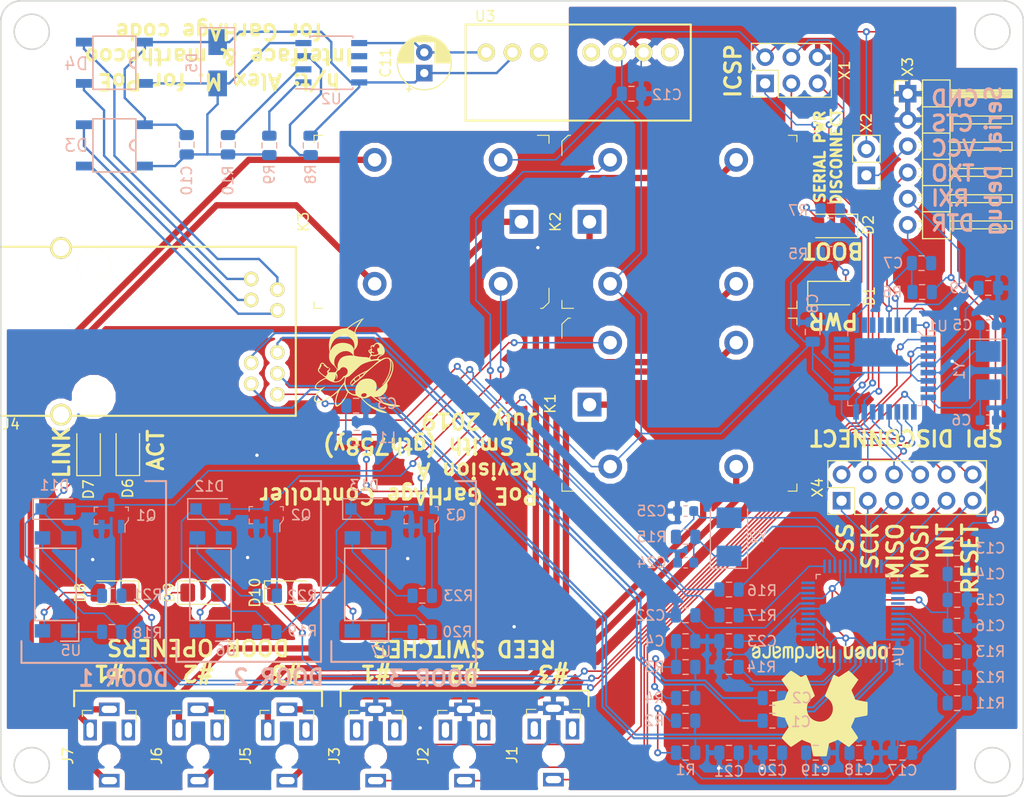
<source format=kicad_pcb>
(kicad_pcb (version 20171130) (host pcbnew "(5.0.2)-1")
  (layers (0 F.Cu signal hide) (31 B.Cu signal) (34 B.Paste user) (35 F.Paste user hide) (36 B.SilkS user) (37 F.SilkS user hide) (38 B.Mask user) (39 F.Mask user hide) (44 Edge.Cuts user))
  (net 0 "")
  (net 1 GND)
  (net 2 "Net-(J5-Pad1)")
  (net 3 "Net-(J5-Pad3)")
  (net 4 "Net-(J5-Pad4)")
  (net 5 +3V3)
  (net 6 "Net-(Q1-Pad1)")
  (net 7 "Net-(Q2-Pad1)")
  (net 8 "Net-(Q3-Pad1)")
  (net 9 D2RELAY)
  (net 10 D3RELAY)
  (net 11 SS)
  (net 12 MOSI)
  (net 13 MISO)
  (net 14 SCK)
  (net 15 RXI)
  (net 16 TXO)
  (net 17 D1RELAY)
  (net 18 DTR)
  (net 19 /W5100_Ethernet_Interface/TD+)
  (net 20 /W5100_Ethernet_Interface/TD-)
  (net 21 /W5100_Ethernet_Interface/RD+)
  (net 22 /W5100_Ethernet_Interface/RD-)
  (net 23 "Net-(R7-Pad1)")
  (net 24 /PoE_PD_Interface/VC12)
  (net 25 /PoE_PD_Interface/VC36)
  (net 26 /PoE_PD_Interface/VC45)
  (net 27 /PoE_PD_Interface/VC78)
  (net 28 "Net-(C4-Pad2)")
  (net 29 "Net-(C5-Pad2)")
  (net 30 RESET)
  (net 31 "Net-(C11-Pad2)")
  (net 32 "Net-(D6-Pad2)")
  (net 33 "Net-(D7-Pad2)")
  (net 34 "Net-(D8-Pad2)")
  (net 35 "Net-(D9-Pad2)")
  (net 36 "Net-(R16-Pad2)")
  (net 37 "Net-(R17-Pad2)")
  (net 38 INT)
  (net 39 W_CS)
  (net 40 W_INT)
  (net 41 W_RESET)
  (net 42 W_SCLK)
  (net 43 W_MISO)
  (net 44 W_MOSI)
  (net 45 D1SENSOR)
  (net 46 D2SENSOR)
  (net 47 D3SENSOR)
  (net 48 "Net-(C10-Pad1)")
  (net 49 "Net-(C10-Pad2)")
  (net 50 "Net-(R20-Pad1)")
  (net 51 "Net-(D10-Pad2)")
  (net 52 "Net-(R23-Pad2)")
  (net 53 "Net-(R22-Pad2)")
  (net 54 "Net-(R19-Pad1)")
  (net 55 "Net-(R18-Pad1)")
  (net 56 "Net-(R21-Pad2)")
  (net 57 "Net-(C6-Pad1)")
  (net 58 "Net-(D13-Pad2)")
  (net 59 "Net-(D12-Pad2)")
  (net 60 "Net-(D11-Pad2)")
  (net 61 "Net-(J7-Pad4)")
  (net 62 "Net-(J7-Pad1)")
  (net 63 "Net-(J7-Pad3)")
  (net 64 "Net-(J6-Pad3)")
  (net 65 "Net-(J6-Pad1)")
  (net 66 "Net-(J6-Pad4)")
  (net 67 "Net-(R9-Pad1)")
  (net 68 "Net-(C25-Pad2)")
  (net 69 "Net-(C24-Pad2)")
  (net 70 "Net-(R14-Pad2)")
  (net 71 "Net-(R13-Pad2)")
  (net 72 "Net-(R12-Pad2)")
  (net 73 "Net-(R11-Pad2)")
  (net 74 "Net-(R10-Pad1)")
  (net 75 "Net-(R8-Pad2)")
  (net 76 "Net-(D1-Pad2)")
  (net 77 "Net-(C22-Pad1)")
  (net 78 "Net-(C23-Pad1)")
  (net 79 "Net-(X2-Pad1)")
  (net 80 /RD-)
  (net 81 /RD+)
  (net 82 /CT)
  (net 83 /BOOT_STATUS)
  (module tyler_components:0813-1X1T-57-F_RJ45-Jack (layer F.Cu) (at 130 73 90)
    (fp_text reference J4 (at -9 -8 180) (layer F.SilkS))
    (fp_text value 0813-1X1T-57-F)
    (pad "" np_thru_hole circle (at -6.35 0 90) (size 3.25 3.25) (drill 3.25) (layers *.Cu *.Mask F.SilkS))
    (pad "" np_thru_hole circle (at 6.35 0 90) (size 3.25 3.25) (drill 3.25) (layers *.Cu *.Mask F.SilkS))
    (pad "" thru_hole circle (at 8.065 -3.17 90) (size 2.1 2.1) (drill 1.57) (layers *.Cu *.Mask F.SilkS))
    (pad "" thru_hole circle (at -8.065 -3.17 90) (size 2.1 2.1) (drill 1.57) (layers *.Cu *.Mask F.SilkS))
    (pad 1 thru_hole circle (at -5.08 15.24 90) (size 1.4 1.4) (drill 0.89) (layers *.Cu *.Mask F.SilkS) (net 19 /W5100_Ethernet_Interface/TD+))
    (pad 2 thru_hole circle (at -3.05 15.24 90) (size 1.4 1.4) (drill 0.89) (layers *.Cu *.Mask F.SilkS) (net 81 /RD+))
    (pad 5 thru_hole circle (at 3.04 15.24 90) (size 1.4 1.4) (drill 0.89) (layers *.Cu *.Mask F.SilkS) (net 24 /PoE_PD_Interface/VC12))
    (pad 6 thru_hole circle (at 5.07 15.24 90) (size 1.4 1.4) (drill 0.89) (layers *.Cu *.Mask F.SilkS) (net 26 /PoE_PD_Interface/VC45))
    (pad 7 thru_hole circle (at -6.1 17.78 90) (size 1.4 1.4) (drill 0.89) (layers *.Cu *.Mask F.SilkS) (net 82 /CT))
    (pad 8 thru_hole circle (at -4.07 17.78 90) (size 1.4 1.4) (drill 0.89) (layers *.Cu *.Mask F.SilkS) (net 20 /W5100_Ethernet_Interface/TD-))
    (pad 9 thru_hole circle (at -2.04 17.78 90) (size 1.4 1.4) (drill 0.89) (layers *.Cu *.Mask F.SilkS) (net 80 /RD-))
    (pad 10 thru_hole circle (at 2.02 17.78 90) (size 1.4 1.4) (drill 0.89) (layers *.Cu *.Mask F.SilkS) (net 25 /PoE_PD_Interface/VC36))
    (pad 11 thru_hole circle (at 4.05 17.78 90) (size 1.4 1.4) (drill 0.89) (layers *.Cu *.Mask F.SilkS) (net 27 /PoE_PD_Interface/VC78))
  )
  (module Resistor_SMD:R_0805_2012Metric (layer B.Cu) (at 191.5 98)
    (fp_text reference R16 (at 3.2 0.1) (layer B.SilkS) (effects (justify mirror)))
    (fp_text value 330)
    (pad 1 smd roundrect (at -0.9375 0) (size 0.975 1.4) (layers B.Cu B.Paste B.Mask) (net 32 "Net-(D6-Pad2)"))
    (pad 2 smd roundrect (at 0.9375 0) (size 0.975 1.4) (layers B.Cu B.Paste B.Mask) (net 36 "Net-(R16-Pad2)"))
  )
  (module Resistor_SMD:R_0805_2012Metric (layer B.Cu) (at 191.5 100.5)
    (fp_text reference R17 (at 3.2 0) (layer B.SilkS) (effects (justify mirror)))
    (fp_text value 330)
    (pad 2 smd roundrect (at 0.9375 0) (size 0.975 1.4) (layers B.Cu B.Paste B.Mask) (net 37 "Net-(R17-Pad2)"))
    (pad 1 smd roundrect (at -0.9375 0) (size 0.975 1.4) (layers B.Cu B.Paste B.Mask) (net 33 "Net-(D7-Pad2)"))
  )
  (module Resistor_SMD:R_0805_2012Metric (layer B.Cu) (at 201.3 61.3 180)
    (fp_text reference R7 (at 3.1 0 180) (layer B.SilkS) (effects (justify mirror)))
    (fp_text value 330)
    (pad 2 smd roundrect (at 0.9375 0 180) (size 0.975 1.4) (layers B.Cu B.Paste B.Mask) (net 83 /BOOT_STATUS))
    (pad 1 smd roundrect (at -0.9375 0 180) (size 0.975 1.4) (layers B.Cu B.Paste B.Mask) (net 23 "Net-(R7-Pad1)"))
  )
  (module Capacitor_SMD:C_0603_1608Metric (layer B.Cu) (at 187.3 95.4)
    (fp_text reference C24 (at -3.3 0) (layer B.SilkS) (effects (justify mirror)))
    (fp_text value 18p)
    (pad 2 smd roundrect (at 0.7875 0) (size 0.875 0.95) (layers B.Cu B.Paste B.Mask) (net 69 "Net-(C24-Pad2)"))
    (pad 1 smd roundrect (at -0.7875 0) (size 0.875 0.95) (layers B.Cu B.Paste B.Mask) (net 1 GND))
  )
  (module Capacitor_SMD:C_0603_1608Metric (layer B.Cu) (at 187.3 90.4)
    (fp_text reference C25 (at -3.3 0) (layer B.SilkS) (effects (justify mirror)))
    (fp_text value 18p)
    (pad 2 smd roundrect (at 0.7875 0) (size 0.875 0.95) (layers B.Cu B.Paste B.Mask) (net 68 "Net-(C25-Pad2)"))
    (pad 1 smd roundrect (at -0.7875 0) (size 0.875 0.95) (layers B.Cu B.Paste B.Mask) (net 1 GND))
  )
  (module Capacitor_SMD:C_0603_1608Metric (layer B.Cu) (at 216.5875 72.4 180)
    (fp_text reference C5 (at 2.4875 0 180) (layer B.SilkS) (effects (justify mirror)))
    (fp_text value 18p)
    (pad 2 smd roundrect (at 0.7875 0 180) (size 0.875 0.95) (layers B.Cu B.Paste B.Mask) (net 29 "Net-(C5-Pad2)"))
    (pad 1 smd roundrect (at -0.7875 0 180) (size 0.875 0.95) (layers B.Cu B.Paste B.Mask) (net 1 GND))
  )
  (module Capacitor_SMD:C_0603_1608Metric (layer B.Cu) (at 216.6 81.6)
    (fp_text reference C6 (at -2.6 0) (layer B.SilkS) (effects (justify mirror)))
    (fp_text value 18p)
    (pad 2 smd roundrect (at 0.7875 0) (size 0.875 0.95) (layers B.Cu B.Paste B.Mask) (net 1 GND))
    (pad 1 smd roundrect (at -0.7875 0) (size 0.875 0.95) (layers B.Cu B.Paste B.Mask) (net 57 "Net-(C6-Pad1)"))
  )
  (module Crystal:Crystal_SMD_5032-2Pin_5.0x3.2mm (layer B.Cu) (at 216.6 76.8 270)
    (fp_text reference Y1 (at 0 2.8 270) (layer B.SilkS) (effects (justify mirror)))
    (fp_text value 8MHz)
    (pad 2 smd rect (at 1.85 0 270) (size 2 2.4) (layers B.Cu B.Paste B.Mask) (net 57 "Net-(C6-Pad1)"))
    (pad 1 smd rect (at -1.85 0 270) (size 2 2.4) (layers B.Cu B.Paste B.Mask) (net 29 "Net-(C5-Pad2)"))
  )
  (module Crystal:Crystal_SMD_5032-2Pin_5.0x3.2mm (layer B.Cu) (at 191.5 92.9 90)
    (fp_text reference Y2 (at 0 2.8 180) (layer B.SilkS) (effects (justify mirror)))
    (fp_text value 25MHz)
    (pad 2 smd rect (at 1.85 0 90) (size 2 2.4) (layers B.Cu B.Paste B.Mask) (net 68 "Net-(C25-Pad2)"))
    (pad 1 smd rect (at -1.85 0 90) (size 2 2.4) (layers B.Cu B.Paste B.Mask) (net 69 "Net-(C24-Pad2)"))
  )
  (module Capacitor_SMD:C_0805_2012Metric (layer B.Cu) (at 195.7 110.7 180)
    (fp_text reference C1 (at -2.7625 -0.1 180) (layer B.SilkS) (effects (justify mirror)))
    (fp_text value 6.8n)
    (pad 2 smd roundrect (at 0.9375 0 180) (size 0.975 1.4) (layers B.Cu B.Paste B.Mask) (net 80 /RD-))
    (pad 1 smd roundrect (at -0.9375 0 180) (size 0.975 1.4) (layers B.Cu B.Paste B.Mask) (net 22 /W5100_Ethernet_Interface/RD-))
  )
  (module Capacitor_SMD:C_0805_2012Metric (layer B.Cu) (at 195.7 108.5 180)
    (fp_text reference C2 (at -2.8625 0 180) (layer B.SilkS) (effects (justify mirror)))
    (fp_text value 6.8n)
    (pad 1 smd roundrect (at -0.9375 0 180) (size 0.975 1.4) (layers B.Cu B.Paste B.Mask) (net 21 /W5100_Ethernet_Interface/RD+))
    (pad 2 smd roundrect (at 0.9375 0 180) (size 0.975 1.4) (layers B.Cu B.Paste B.Mask) (net 81 /RD+))
  )
  (module Capacitor_SMD:C_0805_2012Metric (layer B.Cu) (at 155.4 80.2 180)
    (fp_text reference C3 (at -3 0.2 180) (layer B.SilkS) (effects (justify mirror)))
    (fp_text value 22n)
    (pad 1 smd roundrect (at -0.9375 0 180) (size 0.975 1.4) (layers B.Cu B.Paste B.Mask) (net 1 GND))
    (pad 2 smd roundrect (at 0.9375 0 180) (size 0.975 1.4) (layers B.Cu B.Paste B.Mask) (net 82 /CT))
  )
  (module Capacitor_SMD:C_0805_2012Metric (layer B.Cu) (at 187.3 103 180)
    (fp_text reference C4 (at 3 0 180) (layer B.SilkS) (effects (justify mirror)))
    (fp_text value 10n)
    (pad 2 smd roundrect (at 0.9375 0 180) (size 0.975 1.4) (layers B.Cu B.Paste B.Mask) (net 28 "Net-(C4-Pad2)"))
    (pad 1 smd roundrect (at -0.9375 0 180) (size 0.975 1.4) (layers B.Cu B.Paste B.Mask) (net 1 GND))
  )
  (module Capacitor_SMD:C_0805_2012Metric (layer B.Cu) (at 210.1375 66.4 180)
    (fp_text reference C7 (at 2.7375 0 180) (layer B.SilkS) (effects (justify mirror)))
    (fp_text value 100n)
    (pad 2 smd roundrect (at 0.9375 0 180) (size 0.975 1.4) (layers B.Cu B.Paste B.Mask) (net 30 RESET))
    (pad 1 smd roundrect (at -0.9375 0 180) (size 0.975 1.4) (layers B.Cu B.Paste B.Mask) (net 18 DTR))
  )
  (module Capacitor_SMD:C_0805_2012Metric (layer B.Cu) (at 199.6 73.0625 90)
    (fp_text reference C8 (at 2.7625 0 90) (layer B.SilkS) (effects (justify mirror)))
    (fp_text value 100n)
    (pad 1 smd roundrect (at -0.9375 0 90) (size 0.975 1.4) (layers B.Cu B.Paste B.Mask) (net 5 +3V3))
    (pad 2 smd roundrect (at 0.9375 0 90) (size 0.975 1.4) (layers B.Cu B.Paste B.Mask) (net 1 GND))
  )
  (module Capacitor_SMD:C_0805_2012Metric (layer B.Cu) (at 216.6 68.8)
    (fp_text reference C9 (at -2.8 0) (layer B.SilkS) (effects (justify mirror)))
    (fp_text value 100n)
    (pad 2 smd roundrect (at 0.9375 0) (size 0.975 1.4) (layers B.Cu B.Paste B.Mask) (net 1 GND))
    (pad 1 smd roundrect (at -0.9375 0) (size 0.975 1.4) (layers B.Cu B.Paste B.Mask) (net 5 +3V3))
  )
  (module Capacitor_SMD:C_0805_2012Metric (layer B.Cu) (at 139 54.9375 270)
    (fp_text reference C10 (at 3.4625 0 270) (layer B.SilkS) (effects (justify mirror)))
    (fp_text value 100n)
    (pad 2 smd roundrect (at 0.9375 0 270) (size 0.975 1.4) (layers B.Cu B.Paste B.Mask) (net 49 "Net-(C10-Pad2)"))
    (pad 1 smd roundrect (at -0.9375 0 270) (size 0.975 1.4) (layers B.Cu B.Paste B.Mask) (net 48 "Net-(C10-Pad1)"))
  )
  (module Capacitor_THT:CP_Radial_D5.0mm_P2.00mm (layer F.Cu) (at 162 48 90)
    (fp_text reference C11 (at 1 -3.75 90) (layer F.SilkS))
    (fp_text value 22u)
    (pad 1 thru_hole rect (at 0 0 90) (size 1.6 1.6) (drill 0.8) (layers *.Cu *.Mask) (net 48 "Net-(C10-Pad1)"))
    (pad 2 thru_hole circle (at 2 0 90) (size 1.6 1.6) (drill 0.8) (layers *.Cu *.Mask) (net 31 "Net-(C11-Pad2)"))
  )
  (module Capacitor_SMD:C_0805_2012Metric (layer B.Cu) (at 182.0625 50)
    (fp_text reference C12 (at 3.4375 0.1) (layer B.SilkS) (effects (justify mirror)))
    (fp_text value 10u)
    (pad 2 smd roundrect (at 0.9375 0) (size 0.975 1.4) (layers B.Cu B.Paste B.Mask) (net 1 GND))
    (pad 1 smd roundrect (at -0.9375 0) (size 0.975 1.4) (layers B.Cu B.Paste B.Mask) (net 5 +3V3))
  )
  (module Capacitor_SMD:C_0805_2012Metric (layer B.Cu) (at 213.6 94)
    (fp_text reference C13 (at 3.2 0) (layer B.SilkS) (effects (justify mirror)))
    (fp_text value 10u/16V)
    (pad 2 smd roundrect (at 0.9375 0) (size 0.975 1.4) (layers B.Cu B.Paste B.Mask) (net 1 GND))
    (pad 1 smd roundrect (at -0.9375 0) (size 0.975 1.4) (layers B.Cu B.Paste B.Mask) (net 5 +3V3))
  )
  (module Capacitor_SMD:C_0805_2012Metric (layer B.Cu) (at 213.6 96.5)
    (fp_text reference C14 (at 3.2 0) (layer B.SilkS) (effects (justify mirror)))
    (fp_text value 10u/16V)
    (pad 1 smd roundrect (at -0.9375 0) (size 0.975 1.4) (layers B.Cu B.Paste B.Mask) (net 5 +3V3))
    (pad 2 smd roundrect (at 0.9375 0) (size 0.975 1.4) (layers B.Cu B.Paste B.Mask) (net 1 GND))
  )
  (module Capacitor_SMD:C_0805_2012Metric (layer B.Cu) (at 213.6 99)
    (fp_text reference C15 (at 3.2 0) (layer B.SilkS) (effects (justify mirror)))
    (fp_text value 100n)
    (pad 2 smd roundrect (at 0.9375 0) (size 0.975 1.4) (layers B.Cu B.Paste B.Mask) (net 1 GND))
    (pad 1 smd roundrect (at -0.9375 0) (size 0.975 1.4) (layers B.Cu B.Paste B.Mask) (net 5 +3V3))
  )
  (module Capacitor_SMD:C_0805_2012Metric (layer B.Cu) (at 213.6 101.5)
    (fp_text reference C16 (at 3.2 0) (layer B.SilkS) (effects (justify mirror)))
    (fp_text value 100n)
    (pad 1 smd roundrect (at -0.9375 0) (size 0.975 1.4) (layers B.Cu B.Paste B.Mask) (net 5 +3V3))
    (pad 2 smd roundrect (at 0.9375 0) (size 0.975 1.4) (layers B.Cu B.Paste B.Mask) (net 1 GND))
  )
  (module Capacitor_SMD:C_0805_2012Metric (layer B.Cu) (at 208.3 113.8 180)
    (fp_text reference C17 (at 0 -1.7 180) (layer B.SilkS) (effects (justify mirror)))
    (fp_text value 100n)
    (pad 2 smd roundrect (at 0.9375 0 180) (size 0.975 1.4) (layers B.Cu B.Paste B.Mask) (net 1 GND))
    (pad 1 smd roundrect (at -0.9375 0 180) (size 0.975 1.4) (layers B.Cu B.Paste B.Mask) (net 5 +3V3))
  )
  (module Capacitor_SMD:C_0805_2012Metric (layer B.Cu) (at 204.1 113.8)
    (fp_text reference C18 (at 0 1.65) (layer B.SilkS) (effects (justify mirror)))
    (fp_text value 100n)
    (pad 1 smd roundrect (at -0.9375 0) (size 0.975 1.4) (layers B.Cu B.Paste B.Mask) (net 5 +3V3))
    (pad 2 smd roundrect (at 0.9375 0) (size 0.975 1.4) (layers B.Cu B.Paste B.Mask) (net 1 GND))
  )
  (module Capacitor_SMD:C_0805_2012Metric (layer B.Cu) (at 199.9 113.8)
    (fp_text reference C19 (at 0 1.7) (layer B.SilkS) (effects (justify mirror)))
    (fp_text value 100n)
    (pad 2 smd roundrect (at 0.9375 0) (size 0.975 1.4) (layers B.Cu B.Paste B.Mask) (net 1 GND))
    (pad 1 smd roundrect (at -0.9375 0) (size 0.975 1.4) (layers B.Cu B.Paste B.Mask) (net 5 +3V3))
  )
  (module Capacitor_SMD:C_0805_2012Metric (layer B.Cu) (at 195.7 113.8 180)
    (fp_text reference C20 (at 0 -1.7 180) (layer B.SilkS) (effects (justify mirror)))
    (fp_text value 100n)
    (pad 1 smd roundrect (at -0.9375 0 180) (size 0.975 1.4) (layers B.Cu B.Paste B.Mask) (net 5 +3V3))
    (pad 2 smd roundrect (at 0.9375 0 180) (size 0.975 1.4) (layers B.Cu B.Paste B.Mask) (net 1 GND))
  )
  (module Capacitor_SMD:C_0805_2012Metric (layer B.Cu) (at 191.5 113.8 180)
    (fp_text reference C21 (at 0 -1.8 180) (layer B.SilkS) (effects (justify mirror)))
    (fp_text value 100n)
    (pad 2 smd roundrect (at 0.9375 0 180) (size 0.975 1.4) (layers B.Cu B.Paste B.Mask) (net 1 GND))
    (pad 1 smd roundrect (at -0.9375 0 180) (size 0.975 1.4) (layers B.Cu B.Paste B.Mask) (net 5 +3V3))
  )
  (module Capacitor_SMD:C_0805_2012Metric (layer B.Cu) (at 187.3 100.5 180)
    (fp_text reference C22 (at 3.4 0 180) (layer B.SilkS) (effects (justify mirror)))
    (fp_text value 10n)
    (pad 1 smd roundrect (at -0.9375 0 180) (size 0.975 1.4) (layers B.Cu B.Paste B.Mask) (net 77 "Net-(C22-Pad1)"))
    (pad 2 smd roundrect (at 0.9375 0 180) (size 0.975 1.4) (layers B.Cu B.Paste B.Mask) (net 1 GND))
  )
  (module Capacitor_SMD:C_0805_2012Metric (layer B.Cu) (at 191.5 103 180)
    (fp_text reference C23 (at -3.2 0 180) (layer B.SilkS) (effects (justify mirror)))
    (fp_text value 4.7u)
    (pad 2 smd roundrect (at 0.9375 0 180) (size 0.975 1.4) (layers B.Cu B.Paste B.Mask) (net 1 GND))
    (pad 1 smd roundrect (at -0.9375 0 180) (size 0.975 1.4) (layers B.Cu B.Paste B.Mask) (net 78 "Net-(C23-Pad1)"))
  )
  (module LED_SMD:LED_1206_3216Metric_Pad1.42x1.75mm_HandSolder (layer F.Cu) (at 201.5875 69.3)
    (fp_text reference D1 (at 3.5125 0.3 90) (layer F.SilkS))
    (fp_text value LED)
    (pad 1 smd roundrect (at -1.4875 0) (size 1.425 1.75) (layers F.Cu F.Paste F.Mask) (roundrect_rratio 0.175439) (net 1 GND))
    (pad 2 smd roundrect (at 1.4875 0) (size 1.425 1.75) (layers F.Cu F.Paste F.Mask) (roundrect_rratio 0.175439) (net 76 "Net-(D1-Pad2)"))
  )
  (module LED_SMD:LED_1206_3216Metric_Pad1.42x1.75mm_HandSolder (layer F.Cu) (at 201.5 62.8 180)
    (fp_text reference D2 (at -3.5 0.1 270) (layer F.SilkS))
    (fp_text value LED)
    (pad 1 smd roundrect (at -1.4875 0 180) (size 1.425 1.75) (layers F.Cu F.Paste F.Mask) (roundrect_rratio 0.175439) (net 1 GND))
    (pad 2 smd roundrect (at 1.4875 0 180) (size 1.425 1.75) (layers F.Cu F.Paste F.Mask) (roundrect_rratio 0.175439) (net 83 /BOOT_STATUS))
  )
  (module tyler_components:Micro-DIP-4 (layer B.Cu) (at 132 55 270)
    (fp_text reference D3 (at 0 3.7) (layer B.SilkS) (effects (font (size 1.2 1.2)) (justify mirror)))
    (fp_text value MDB6S)
    (pad 2 smd rect (at 2 -2.95 270) (size 0.85 1.55) (layers B.Cu B.Paste B.Mask) (net 49 "Net-(C10-Pad2)"))
    (pad 3 smd rect (at 2 2.95 270) (size 0.85 1.55) (layers B.Cu B.Paste B.Mask) (net 25 /PoE_PD_Interface/VC36))
    (pad 1 smd rect (at -2 -2.95 270) (size 0.85 1.55) (layers B.Cu B.Paste B.Mask) (net 48 "Net-(C10-Pad1)"))
    (pad 4 smd rect (at -2 2.95 270) (size 0.85 1.55) (layers B.Cu B.Paste B.Mask) (net 24 /PoE_PD_Interface/VC12))
  )
  (module tyler_components:Micro-DIP-4 (layer B.Cu) (at 132 47 270)
    (fp_text reference D4 (at 0.1 3.7) (layer B.SilkS) (effects (font (size 1.2 1.2)) (justify mirror)))
    (fp_text value MDB6S)
    (pad 4 smd rect (at -2 2.95 270) (size 0.85 1.55) (layers B.Cu B.Paste B.Mask) (net 27 /PoE_PD_Interface/VC78))
    (pad 1 smd rect (at -2 -2.95 270) (size 0.85 1.55) (layers B.Cu B.Paste B.Mask) (net 48 "Net-(C10-Pad1)"))
    (pad 3 smd rect (at 2 2.95 270) (size 0.85 1.55) (layers B.Cu B.Paste B.Mask) (net 26 /PoE_PD_Interface/VC45))
    (pad 2 smd rect (at 2 -2.95 270) (size 0.85 1.55) (layers B.Cu B.Paste B.Mask) (net 49 "Net-(C10-Pad2)"))
  )
  (module Diode_SMD:D_SMA (layer B.Cu) (at 142 47 270)
    (fp_text reference D5 (at 0 2.5 270) (layer B.SilkS) (effects (justify mirror)))
    (fp_text value SMAJ58A)
    (pad 1 smd rect (at -2 0 270) (size 2.5 1.8) (layers B.Cu B.Paste B.Mask) (net 48 "Net-(C10-Pad1)"))
    (pad 2 smd rect (at 2 0 270) (size 2.5 1.8) (layers B.Cu B.Paste B.Mask) (net 49 "Net-(C10-Pad2)"))
  )
  (module LED_SMD:LED_1206_3216Metric_Pad1.42x1.75mm_HandSolder (layer F.Cu) (at 133.3 84.5 90)
    (fp_text reference D6 (at -3.7 0 90) (layer F.SilkS))
    (fp_text value LED)
    (pad 1 smd roundrect (at -1.4875 0 90) (size 1.425 1.75) (layers F.Cu F.Paste F.Mask) (roundrect_rratio 0.175439) (net 5 +3V3))
    (pad 2 smd roundrect (at 1.4875 0 90) (size 1.425 1.75) (layers F.Cu F.Paste F.Mask) (roundrect_rratio 0.175439) (net 32 "Net-(D6-Pad2)"))
  )
  (module LED_SMD:LED_1206_3216Metric_Pad1.42x1.75mm_HandSolder (layer F.Cu) (at 129.5 84.5125 90)
    (fp_text reference D7 (at -3.7875 0 90) (layer F.SilkS))
    (fp_text value LED)
    (pad 2 smd roundrect (at 1.4875 0 90) (size 1.425 1.75) (layers F.Cu F.Paste F.Mask) (roundrect_rratio 0.175439) (net 33 "Net-(D7-Pad2)"))
    (pad 1 smd roundrect (at -1.4875 0 90) (size 1.425 1.75) (layers F.Cu F.Paste F.Mask) (roundrect_rratio 0.175439) (net 5 +3V3))
  )
  (module LED_SMD:LED_1206_3216Metric_Pad1.42x1.75mm_HandSolder (layer F.Cu) (at 131.9 98.3 180)
    (fp_text reference D8 (at 3.2 0 270) (layer F.SilkS))
    (fp_text value LED)
    (pad 2 smd roundrect (at 1.4875 0 180) (size 1.425 1.75) (layers F.Cu F.Paste F.Mask) (roundrect_rratio 0.175439) (net 34 "Net-(D8-Pad2)"))
    (pad 1 smd roundrect (at -1.4875 0 180) (size 1.425 1.75) (layers F.Cu F.Paste F.Mask) (roundrect_rratio 0.175439) (net 17 D1RELAY))
  )
  (module LED_SMD:LED_1206_3216Metric_Pad1.42x1.75mm_HandSolder (layer F.Cu) (at 140.5875 98.3)
    (fp_text reference D9 (at -3.2875 0 270) (layer F.SilkS))
    (fp_text value LED)
    (pad 2 smd roundrect (at 1.4875 0) (size 1.425 1.75) (layers F.Cu F.Paste F.Mask) (roundrect_rratio 0.175439) (net 35 "Net-(D9-Pad2)"))
    (pad 1 smd roundrect (at -1.4875 0) (size 1.425 1.75) (layers F.Cu F.Paste F.Mask) (roundrect_rratio 0.175439) (net 9 D2RELAY))
  )
  (module LED_SMD:LED_1206_3216Metric_Pad1.42x1.75mm_HandSolder (layer F.Cu) (at 148.9875 98.3)
    (fp_text reference D10 (at -3.3875 0 90) (layer F.SilkS))
    (fp_text value LED)
    (pad 1 smd roundrect (at -1.4875 0) (size 1.425 1.75) (layers F.Cu F.Paste F.Mask) (roundrect_rratio 0.175439) (net 10 D3RELAY))
    (pad 2 smd roundrect (at 1.4875 0) (size 1.425 1.75) (layers F.Cu F.Paste F.Mask) (roundrect_rratio 0.175439) (net 51 "Net-(D10-Pad2)"))
  )
  (module Diode_SMD:D_SOD-123F (layer B.Cu) (at 126.3 90.2)
    (fp_text reference D11 (at -0.1 -2.3) (layer B.SilkS) (effects (justify mirror)))
    (fp_text value CGRKM4007-HF)
    (pad 1 smd rect (at -1.4 0) (size 1.1 1.1) (layers B.Cu B.Paste B.Mask) (net 5 +3V3))
    (pad 2 smd rect (at 1.4 0) (size 1.1 1.1) (layers B.Cu B.Paste B.Mask) (net 60 "Net-(D11-Pad2)"))
  )
  (module Diode_SMD:D_SOD-123F (layer B.Cu) (at 141.3 90.2)
    (fp_text reference D12 (at -0.1 -2.2) (layer B.SilkS) (effects (justify mirror)))
    (fp_text value CGRKM4007-HF)
    (pad 1 smd rect (at -1.4 0) (size 1.1 1.1) (layers B.Cu B.Paste B.Mask) (net 5 +3V3))
    (pad 2 smd rect (at 1.4 0) (size 1.1 1.1) (layers B.Cu B.Paste B.Mask) (net 59 "Net-(D12-Pad2)"))
  )
  (module Diode_SMD:D_SOD-123F (layer B.Cu) (at 156.3 90.2)
    (fp_text reference D13 (at -0.1 -2.3) (layer B.SilkS) (effects (justify mirror)))
    (fp_text value CGRKM4007-HF)
    (pad 2 smd rect (at 1.4 0) (size 1.1 1.1) (layers B.Cu B.Paste B.Mask) (net 58 "Net-(D13-Pad2)"))
    (pad 1 smd rect (at -1.4 0) (size 1.1 1.1) (layers B.Cu B.Paste B.Mask) (net 5 +3V3))
  )
  (module digikey-footprints:Headphone_Jack_2.5mm_SJ1-2503A (layer F.Cu) (at 174.5 114 90)
    (fp_text reference J1 (at 0 -4 90) (layer F.SilkS))
    (fp_text value SJ1-2503A)
    (pad "" np_thru_hole circle (at 0 0 90) (size 1.2 1.2) (drill 1.2) (layers *.Cu *.Mask))
    (pad 4 thru_hole rect (at 4.5 0 90) (size 1.3 2) (drill oval 0.7 1.5) (layers *.Cu *.Mask) (net 1 GND))
    (pad 3 thru_hole rect (at 2.5 -1.85 90) (size 2 1.3) (drill oval 1.5 0.7) (layers *.Cu *.Mask))
    (pad 2 thru_hole rect (at 2.5 1.85 90) (size 2 1.3) (drill oval 1.5 0.7) (layers *.Cu *.Mask))
    (pad 1 thru_hole rect (at -2.4 0 90) (size 1.3 2) (drill oval 0.7 1.5) (layers *.Cu *.Mask) (net 45 D1SENSOR))
  )
  (module digikey-footprints:Headphone_Jack_2.5mm_SJ1-2503A (layer F.Cu) (at 165.9 114.1 90)
    (fp_text reference J2 (at 0 -4 90) (layer F.SilkS))
    (fp_text value SJ1-2503A)
    (pad 1 thru_hole rect (at -2.4 0 90) (size 1.3 2) (drill oval 0.7 1.5) (layers *.Cu *.Mask) (net 46 D2SENSOR))
    (pad 2 thru_hole rect (at 2.5 1.85 90) (size 2 1.3) (drill oval 1.5 0.7) (layers *.Cu *.Mask))
    (pad 3 thru_hole rect (at 2.5 -1.85 90) (size 2 1.3) (drill oval 1.5 0.7) (layers *.Cu *.Mask))
    (pad 4 thru_hole rect (at 4.5 0 90) (size 1.3 2) (drill oval 0.7 1.5) (layers *.Cu *.Mask) (net 1 GND))
    (pad "" np_thru_hole circle (at 0 0 90) (size 1.2 1.2) (drill 1.2) (layers *.Cu *.Mask))
  )
  (module digikey-footprints:Headphone_Jack_2.5mm_SJ1-2503A (layer F.Cu) (at 157.3 114.1 90)
    (fp_text reference J3 (at 0 -4 90) (layer F.SilkS))
    (fp_text value SJ1-2503A)
    (pad "" np_thru_hole circle (at 0 0 90) (size 1.2 1.2) (drill 1.2) (layers *.Cu *.Mask))
    (pad 4 thru_hole rect (at 4.5 0 90) (size 1.3 2) (drill oval 0.7 1.5) (layers *.Cu *.Mask) (net 1 GND))
    (pad 3 thru_hole rect (at 2.5 -1.85 90) (size 2 1.3) (drill oval 1.5 0.7) (layers *.Cu *.Mask))
    (pad 2 thru_hole rect (at 2.5 1.85 90) (size 2 1.3) (drill oval 1.5 0.7) (layers *.Cu *.Mask))
    (pad 1 thru_hole rect (at -2.4 0 90) (size 1.3 2) (drill oval 0.7 1.5) (layers *.Cu *.Mask) (net 47 D3SENSOR))
  )
  (module digikey-footprints:Headphone_Jack_2.5mm_SJ1-2503A (layer F.Cu) (at 148.7 114.1 90)
    (fp_text reference J5 (at 0 -4 90) (layer F.SilkS))
    (fp_text value SJ1-2503A)
    (pad "" np_thru_hole circle (at 0 0 90) (size 1.2 1.2) (drill 1.2) (layers *.Cu *.Mask))
    (pad 4 thru_hole rect (at 4.5 0 90) (size 1.3 2) (drill oval 0.7 1.5) (layers *.Cu *.Mask) (net 4 "Net-(J5-Pad4)"))
    (pad 3 thru_hole rect (at 2.5 -1.85 90) (size 2 1.3) (drill oval 1.5 0.7) (layers *.Cu *.Mask) (net 3 "Net-(J5-Pad3)"))
    (pad 2 thru_hole rect (at 2.5 1.85 90) (size 2 1.3) (drill oval 1.5 0.7) (layers *.Cu *.Mask))
    (pad 1 thru_hole rect (at -2.4 0 90) (size 1.3 2) (drill oval 0.7 1.5) (layers *.Cu *.Mask) (net 2 "Net-(J5-Pad1)"))
  )
  (module digikey-footprints:Headphone_Jack_2.5mm_SJ1-2503A (layer F.Cu) (at 140.1 114.1 90)
    (fp_text reference J6 (at 0 -4 90) (layer F.SilkS))
    (fp_text value SJ1-2503A)
    (pad 1 thru_hole rect (at -2.4 0 90) (size 1.3 2) (drill oval 0.7 1.5) (layers *.Cu *.Mask) (net 65 "Net-(J6-Pad1)"))
    (pad 2 thru_hole rect (at 2.5 1.85 90) (size 2 1.3) (drill oval 1.5 0.7) (layers *.Cu *.Mask))
    (pad 3 thru_hole rect (at 2.5 -1.85 90) (size 2 1.3) (drill oval 1.5 0.7) (layers *.Cu *.Mask) (net 64 "Net-(J6-Pad3)"))
    (pad 4 thru_hole rect (at 4.5 0 90) (size 1.3 2) (drill oval 0.7 1.5) (layers *.Cu *.Mask) (net 66 "Net-(J6-Pad4)"))
    (pad "" np_thru_hole circle (at 0 0 90) (size 1.2 1.2) (drill 1.2) (layers *.Cu *.Mask))
  )
  (module digikey-footprints:Headphone_Jack_2.5mm_SJ1-2503A (layer F.Cu) (at 131.5 114.1 90)
    (fp_text reference J7 (at 0 -4 90) (layer F.SilkS))
    (fp_text value SJ1-2503A)
    (pad 1 thru_hole rect (at -2.4 0 90) (size 1.3 2) (drill oval 0.7 1.5) (layers *.Cu *.Mask) (net 62 "Net-(J7-Pad1)"))
    (pad 2 thru_hole rect (at 2.5 1.85 90) (size 2 1.3) (drill oval 1.5 0.7) (layers *.Cu *.Mask))
    (pad 3 thru_hole rect (at 2.5 -1.85 90) (size 2 1.3) (drill oval 1.5 0.7) (layers *.Cu *.Mask) (net 63 "Net-(J7-Pad3)"))
    (pad 4 thru_hole rect (at 4.5 0 90) (size 1.3 2) (drill oval 0.7 1.5) (layers *.Cu *.Mask) (net 61 "Net-(J7-Pad4)"))
    (pad "" np_thru_hole circle (at 0 0 90) (size 1.2 1.2) (drill 1.2) (layers *.Cu *.Mask))
  )
  (module digikey-footprints:Relay_THT_G5LE-14 (layer F.Cu) (at 178 80.1)
    (fp_text reference K1 (at -3.8 -0.1 90) (layer F.SilkS))
    (fp_text value G5LE-14_DC3)
    (pad 1 thru_hole rect (at 0 0) (size 2.3 2.3) (drill 1.3) (layers *.Cu *.Mask) (net 4 "Net-(J5-Pad4)"))
    (pad 2 thru_hole circle (at 2 6) (size 2.3 2.3) (drill 1.3) (layers *.Cu *.Mask) (net 5 +3V3))
    (pad 5 thru_hole circle (at 2 -6) (size 2.3 2.3) (drill 1.3) (layers *.Cu *.Mask) (net 60 "Net-(D11-Pad2)"))
    (pad 3 thru_hole circle (at 14.2 6) (size 2.3 2.3) (drill 1.3) (layers *.Cu *.Mask) (net 2 "Net-(J5-Pad1)"))
    (pad 4 thru_hole circle (at 14.2 -6) (size 2.3 2.3) (drill 1.3) (layers *.Cu *.Mask) (net 3 "Net-(J5-Pad3)"))
  )
  (module digikey-footprints:Relay_THT_G5LE-14 (layer F.Cu) (at 178 62.4)
    (fp_text reference K2 (at -3.3 0 90) (layer F.SilkS))
    (fp_text value G5LE-14_DC3)
    (pad 4 thru_hole circle (at 14.2 -6) (size 2.3 2.3) (drill 1.3) (layers *.Cu *.Mask) (net 64 "Net-(J6-Pad3)"))
    (pad 3 thru_hole circle (at 14.2 6) (size 2.3 2.3) (drill 1.3) (layers *.Cu *.Mask) (net 65 "Net-(J6-Pad1)"))
    (pad 5 thru_hole circle (at 2 -6) (size 2.3 2.3) (drill 1.3) (layers *.Cu *.Mask) (net 59 "Net-(D12-Pad2)"))
    (pad 2 thru_hole circle (at 2 6) (size 2.3 2.3) (drill 1.3) (layers *.Cu *.Mask) (net 5 +3V3))
    (pad 1 thru_hole rect (at 0 0) (size 2.3 2.3) (drill 1.3) (layers *.Cu *.Mask) (net 66 "Net-(J6-Pad4)"))
  )
  (module digikey-footprints:Relay_THT_G5LE-14 (layer F.Cu) (at 171.4 62.4 180)
    (fp_text reference K3 (at 21.1 0 90) (layer F.SilkS))
    (fp_text value G5LE-14_DC3)
    (pad 1 thru_hole rect (at 0 0 180) (size 2.3 2.3) (drill 1.3) (layers *.Cu *.Mask) (net 61 "Net-(J7-Pad4)"))
    (pad 2 thru_hole circle (at 2 6 180) (size 2.3 2.3) (drill 1.3) (layers *.Cu *.Mask) (net 5 +3V3))
    (pad 5 thru_hole circle (at 2 -6 180) (size 2.3 2.3) (drill 1.3) (layers *.Cu *.Mask) (net 58 "Net-(D13-Pad2)"))
    (pad 3 thru_hole circle (at 14.2 6 180) (size 2.3 2.3) (drill 1.3) (layers *.Cu *.Mask) (net 62 "Net-(J7-Pad1)"))
    (pad 4 thru_hole circle (at 14.2 -6 180) (size 2.3 2.3) (drill 1.3) (layers *.Cu *.Mask) (net 63 "Net-(J7-Pad3)"))
  )
  (module Capacitor_SMD:C_0805_2012Metric (layer B.Cu) (at 155.4625 83.3 180)
    (fp_text reference L1 (at -2.9375 0 180) (layer B.SilkS) (effects (justify mirror)))
    (fp_text value 1uH)
    (pad 1 smd roundrect (at -0.9375 0 180) (size 0.975 1.4) (layers B.Cu B.Paste B.Mask) (net 5 +3V3))
    (pad 2 smd roundrect (at 0.9375 0 180) (size 0.975 1.4) (layers B.Cu B.Paste B.Mask) (net 82 /CT))
  )
  (module digikey-footprints:SOT-23-3 (layer B.Cu) (at 131.7 90.85 90)
    (fp_text reference Q1 (at 0.025 3.375 180) (layer B.SilkS) (effects (justify mirror)))
    (fp_text value BC846B_215)
    (pad 1 smd rect (at -1.05 0.95 90) (size 1.3 0.6) (layers B.Cu B.Paste B.Mask) (net 6 "Net-(Q1-Pad1)"))
    (pad 2 smd rect (at -1.05 -0.95 90) (size 1.3 0.6) (layers B.Cu B.Paste B.Mask) (net 1 GND))
    (pad 3 smd rect (at 1.05 0 90) (size 1.3 0.6) (layers B.Cu B.Paste B.Mask) (net 60 "Net-(D11-Pad2)"))
  )
  (module digikey-footprints:SOT-23-3 (layer B.Cu) (at 146.7 90.8 90)
    (fp_text reference Q2 (at 0.025 3.375 180) (layer B.SilkS) (effects (justify mirror)))
    (fp_text value BC846B_215)
    (pad 3 smd rect (at 1.05 0 90) (size 1.3 0.6) (layers B.Cu B.Paste B.Mask) (net 59 "Net-(D12-Pad2)"))
    (pad 2 smd rect (at -1.05 -0.95 90) (size 1.3 0.6) (layers B.Cu B.Paste B.Mask) (net 1 GND))
    (pad 1 smd rect (at -1.05 0.95 90) (size 1.3 0.6) (layers B.Cu B.Paste B.Mask) (net 7 "Net-(Q2-Pad1)"))
  )
  (module digikey-footprints:SOT-23-3 (layer B.Cu) (at 161.7 90.8 90)
    (fp_text reference Q3 (at 0.025 3.375 180) (layer B.SilkS) (effects (justify mirror)))
    (fp_text value BC846B_215)
    (pad 3 smd rect (at 1.05 0 90) (size 1.3 0.6) (layers B.Cu B.Paste B.Mask) (net 58 "Net-(D13-Pad2)"))
    (pad 2 smd rect (at -1.05 -0.95 90) (size 1.3 0.6) (layers B.Cu B.Paste B.Mask) (net 1 GND))
    (pad 1 smd rect (at -1.05 0.95 90) (size 1.3 0.6) (layers B.Cu B.Paste B.Mask) (net 8 "Net-(Q3-Pad1)"))
  )
  (module Resistor_SMD:R_0805_2012Metric (layer B.Cu) (at 187.3 113.8)
    (fp_text reference R1 (at 0 1.65) (layer B.SilkS) (effects (justify mirror)))
    (fp_text value 49.9)
    (pad 1 smd roundrect (at -0.9375 0) (size 0.975 1.4) (layers B.Cu B.Paste B.Mask) (net 5 +3V3))
    (pad 2 smd roundrect (at 0.9375 0) (size 0.975 1.4) (layers B.Cu B.Paste B.Mask) (net 19 /W5100_Ethernet_Interface/TD+))
  )
  (module Resistor_SMD:R_0805_2012Metric (layer B.Cu) (at 187.3 110.7)
    (fp_text reference R2 (at -3.0375 0) (layer B.SilkS) (effects (justify mirror)))
    (fp_text value 49.9)
    (pad 2 smd roundrect (at 0.9375 0) (size 0.975 1.4) (layers B.Cu B.Paste B.Mask) (net 20 /W5100_Ethernet_Interface/TD-))
    (pad 1 smd roundrect (at -0.9375 0) (size 0.975 1.4) (layers B.Cu B.Paste B.Mask) (net 5 +3V3))
  )
  (module Resistor_SMD:R_0805_2012Metric (layer B.Cu) (at 187.3 105.5)
    (fp_text reference R3 (at -3 0) (layer B.SilkS) (effects (justify mirror)))
    (fp_text value 49.9)
    (pad 2 smd roundrect (at 0.9375 0) (size 0.975 1.4) (layers B.Cu B.Paste B.Mask) (net 81 /RD+))
    (pad 1 smd roundrect (at -0.9375 0) (size 0.975 1.4) (layers B.Cu B.Paste B.Mask) (net 28 "Net-(C4-Pad2)"))
  )
  (module Resistor_SMD:R_0805_2012Metric (layer B.Cu) (at 187.3 108.5)
    (fp_text reference R4 (at -3.0375 0) (layer B.SilkS) (effects (justify mirror)))
    (fp_text value 49.9)
    (pad 2 smd roundrect (at 0.9375 0) (size 0.975 1.4) (layers B.Cu B.Paste B.Mask) (net 80 /RD-))
    (pad 1 smd roundrect (at -0.9375 0) (size 0.975 1.4) (layers B.Cu B.Paste B.Mask) (net 28 "Net-(C4-Pad2)"))
  )
  (module Resistor_SMD:R_0805_2012Metric (layer B.Cu) (at 201.2375 65.5 180)
    (fp_text reference R5 (at 3.0375 0 180) (layer B.SilkS) (effects (justify mirror)))
    (fp_text value 330)
    (pad 1 smd roundrect (at -0.9375 0 180) (size 0.975 1.4) (layers B.Cu B.Paste B.Mask) (net 76 "Net-(D1-Pad2)"))
    (pad 2 smd roundrect (at 0.9375 0 180) (size 0.975 1.4) (layers B.Cu B.Paste B.Mask) (net 5 +3V3))
  )
  (module Resistor_SMD:R_0805_2012Metric (layer B.Cu) (at 210.2 69.2)
    (fp_text reference R6 (at -2.9 0) (layer B.SilkS) (effects (justify mirror)))
    (fp_text value 12k)
    (pad 2 smd roundrect (at 0.9375 0) (size 0.975 1.4) (layers B.Cu B.Paste B.Mask) (net 5 +3V3))
    (pad 1 smd roundrect (at -0.9375 0) (size 0.975 1.4) (layers B.Cu B.Paste B.Mask) (net 30 RESET))
  )
  (module Resistor_SMD:R_0805_2012Metric (layer B.Cu) (at 151 55 270)
    (fp_text reference R8 (at 2.8 0 270) (layer B.SilkS) (effects (justify mirror)))
    (fp_text value 24.9k)
    (pad 2 smd roundrect (at 0.9375 0 270) (size 0.975 1.4) (layers B.Cu B.Paste B.Mask) (net 75 "Net-(R8-Pad2)"))
    (pad 1 smd roundrect (at -0.9375 0 270) (size 0.975 1.4) (layers B.Cu B.Paste B.Mask) (net 48 "Net-(C10-Pad1)"))
  )
  (module Resistor_SMD:R_0805_2012Metric (layer B.Cu) (at 147 55 270)
    (fp_text reference R9 (at 2.8 0 270) (layer B.SilkS) (effects (justify mirror)))
    (fp_text value 178k)
    (pad 1 smd roundrect (at -0.9375 0 270) (size 0.975 1.4) (layers B.Cu B.Paste B.Mask) (net 67 "Net-(R9-Pad1)"))
    (pad 2 smd roundrect (at 0.9375 0 270) (size 0.975 1.4) (layers B.Cu B.Paste B.Mask) (net 49 "Net-(C10-Pad2)"))
  )
  (module Resistor_SMD:R_0805_2012Metric (layer B.Cu) (at 143 54.9375 270)
    (fp_text reference R10 (at 3.4625 0 270) (layer B.SilkS) (effects (justify mirror)))
    (fp_text value 4420)
    (pad 1 smd roundrect (at -0.9375 0 270) (size 0.975 1.4) (layers B.Cu B.Paste B.Mask) (net 74 "Net-(R10-Pad1)"))
    (pad 2 smd roundrect (at 0.9375 0 270) (size 0.975 1.4) (layers B.Cu B.Paste B.Mask) (net 49 "Net-(C10-Pad2)"))
  )
  (module Resistor_SMD:R_0805_2012Metric (layer B.Cu) (at 213.6 109 180)
    (fp_text reference R11 (at -3.2 0 180) (layer B.SilkS) (effects (justify mirror)))
    (fp_text value 10k)
    (pad 1 smd roundrect (at -0.9375 0 180) (size 0.975 1.4) (layers B.Cu B.Paste B.Mask) (net 5 +3V3))
    (pad 2 smd roundrect (at 0.9375 0 180) (size 0.975 1.4) (layers B.Cu B.Paste B.Mask) (net 73 "Net-(R11-Pad2)"))
  )
  (module Resistor_SMD:R_0805_2012Metric (layer B.Cu) (at 213.6 106.5 180)
    (fp_text reference R12 (at -3.2 0 180) (layer B.SilkS) (effects (justify mirror)))
    (fp_text value 10k)
    (pad 2 smd roundrect (at 0.9375 0 180) (size 0.975 1.4) (layers B.Cu B.Paste B.Mask) (net 72 "Net-(R12-Pad2)"))
    (pad 1 smd roundrect (at -0.9375 0 180) (size 0.975 1.4) (layers B.Cu B.Paste B.Mask) (net 5 +3V3))
  )
  (module Resistor_SMD:R_0805_2012Metric (layer B.Cu) (at 213.6 104 180)
    (fp_text reference R13 (at -3.2 0 180) (layer B.SilkS) (effects (justify mirror)))
    (fp_text value 10k)
    (pad 1 smd roundrect (at -0.9375 0 180) (size 0.975 1.4) (layers B.Cu B.Paste B.Mask) (net 5 +3V3))
    (pad 2 smd roundrect (at 0.9375 0 180) (size 0.975 1.4) (layers B.Cu B.Paste B.Mask) (net 71 "Net-(R13-Pad2)"))
  )
  (module Resistor_SMD:R_0805_2012Metric (layer B.Cu) (at 191.5 105.5)
    (fp_text reference R14 (at 3.1375 0) (layer B.SilkS) (effects (justify mirror)))
    (fp_text value 12.4k)
    (pad 1 smd roundrect (at -0.9375 0) (size 0.975 1.4) (layers B.Cu B.Paste B.Mask) (net 1 GND))
    (pad 2 smd roundrect (at 0.9375 0) (size 0.975 1.4) (layers B.Cu B.Paste B.Mask) (net 70 "Net-(R14-Pad2)"))
  )
  (module Resistor_SMD:R_0805_2012Metric (layer B.Cu) (at 187.3 92.9 180)
    (fp_text reference R15 (at 3.3 0 180) (layer B.SilkS) (effects (justify mirror)))
    (fp_text value 1M)
    (pad 2 smd roundrect (at 0.9375 0 180) (size 0.975 1.4) (layers B.Cu B.Paste B.Mask) (net 68 "Net-(C25-Pad2)"))
    (pad 1 smd roundrect (at -0.9375 0 180) (size 0.975 1.4) (layers B.Cu B.Paste B.Mask) (net 69 "Net-(C24-Pad2)"))
  )
  (module Resistor_SMD:R_0805_2012Metric (layer B.Cu) (at 131.7375 102.1)
    (fp_text reference R18 (at 3.4625 0.1) (layer B.SilkS) (effects (justify mirror)))
    (fp_text value 100)
    (pad 1 smd roundrect (at -0.9375 0) (size 0.975 1.4) (layers B.Cu B.Paste B.Mask) (net 55 "Net-(R18-Pad1)"))
    (pad 2 smd roundrect (at 0.9375 0) (size 0.975 1.4) (layers B.Cu B.Paste B.Mask) (net 5 +3V3))
  )
  (module Resistor_SMD:R_0805_2012Metric (layer B.Cu) (at 146.7375 102.1)
    (fp_text reference R19 (at 3.4625 -0.1) (layer B.SilkS) (effects (justify mirror)))
    (fp_text value 100)
    (pad 2 smd roundrect (at 0.9375 0) (size 0.975 1.4) (layers B.Cu B.Paste B.Mask) (net 5 +3V3))
    (pad 1 smd roundrect (at -0.9375 0) (size 0.975 1.4) (layers B.Cu B.Paste B.Mask) (net 54 "Net-(R19-Pad1)"))
  )
  (module Resistor_SMD:R_0805_2012Metric (layer B.Cu) (at 161.8 102.1)
    (fp_text reference R20 (at 3.4 0) (layer B.SilkS) (effects (justify mirror)))
    (fp_text value 100)
    (pad 2 smd roundrect (at 0.9375 0) (size 0.975 1.4) (layers B.Cu B.Paste B.Mask) (net 5 +3V3))
    (pad 1 smd roundrect (at -0.9375 0) (size 0.975 1.4) (layers B.Cu B.Paste B.Mask) (net 50 "Net-(R20-Pad1)"))
  )
  (module Resistor_SMD:R_0805_2012Metric (layer B.Cu) (at 131.7375 98.6 180)
    (fp_text reference R21 (at -3.4625 0.1 180) (layer B.SilkS) (effects (justify mirror)))
    (fp_text value 1k)
    (pad 2 smd roundrect (at 0.9375 0 180) (size 0.975 1.4) (layers B.Cu B.Paste B.Mask) (net 56 "Net-(R21-Pad2)"))
    (pad 1 smd roundrect (at -0.9375 0 180) (size 0.975 1.4) (layers B.Cu B.Paste B.Mask) (net 6 "Net-(Q1-Pad1)"))
  )
  (module Resistor_SMD:R_0805_2012Metric (layer B.Cu) (at 146.8 98.6 180)
    (fp_text reference R22 (at -3.4 0 180) (layer B.SilkS) (effects (justify mirror)))
    (fp_text value 1k)
    (pad 1 smd roundrect (at -0.9375 0 180) (size 0.975 1.4) (layers B.Cu B.Paste B.Mask) (net 7 "Net-(Q2-Pad1)"))
    (pad 2 smd roundrect (at 0.9375 0 180) (size 0.975 1.4) (layers B.Cu B.Paste B.Mask) (net 53 "Net-(R22-Pad2)"))
  )
  (module Resistor_SMD:R_0805_2012Metric (layer B.Cu) (at 161.8 98.6 180)
    (fp_text reference R23 (at -3.5 0 180) (layer B.SilkS) (effects (justify mirror)))
    (fp_text value 1k)
    (pad 1 smd roundrect (at -0.9375 0 180) (size 0.975 1.4) (layers B.Cu B.Paste B.Mask) (net 8 "Net-(Q3-Pad1)"))
    (pad 2 smd roundrect (at 0.9375 0 180) (size 0.975 1.4) (layers B.Cu B.Paste B.Mask) (net 52 "Net-(R23-Pad2)"))
  )
  (module digikey-footprints:TQFP-32_7x7mm (layer B.Cu) (at 206.6 76.6 180)
    (fp_text reference U1 (at -5.1 4.1 180) (layer B.SilkS) (effects (justify mirror)))
    (fp_text value ATMEGA328P-AU)
    (pad 9 smd rect (at -2.8 -4.2 180) (size 0.55 1.5) (layers B.Cu B.Paste B.Mask) (net 17 D1RELAY))
    (pad 1 smd rect (at -4.2 2.8 180) (size 1.5 0.55) (layers B.Cu B.Paste B.Mask) (net 10 D3RELAY))
    (pad 2 smd rect (at -4.2 2 180) (size 1.5 0.55) (layers B.Cu B.Paste B.Mask) (net 9 D2RELAY))
    (pad 3 smd rect (at -4.2 1.2 180) (size 1.5 0.55) (layers B.Cu B.Paste B.Mask) (net 1 GND))
    (pad 4 smd rect (at -4.2 0.4 180) (size 1.5 0.55) (layers B.Cu B.Paste B.Mask) (net 5 +3V3))
    (pad 5 smd rect (at -4.2 -0.4 180) (size 1.5 0.55) (layers B.Cu B.Paste B.Mask) (net 1 GND))
    (pad 6 smd rect (at -4.2 -1.2 180) (size 1.5 0.55) (layers B.Cu B.Paste B.Mask) (net 5 +3V3))
    (pad 7 smd rect (at -4.2 -2 180) (size 1.5 0.55) (layers B.Cu B.Paste B.Mask) (net 29 "Net-(C5-Pad2)"))
    (pad 8 smd rect (at -4.2 -2.8 180) (size 1.5 0.55) (layers B.Cu B.Paste B.Mask) (net 57 "Net-(C6-Pad1)"))
    (pad 10 smd rect (at -2 -4.2 180) (size 0.55 1.5) (layers B.Cu B.Paste B.Mask) (net 45 D1SENSOR))
    (pad 11 smd rect (at -1.2 -4.2 180) (size 0.55 1.5) (layers B.Cu B.Paste B.Mask) (net 46 D2SENSOR))
    (pad 12 smd rect (at -0.4 -4.2 180) (size 0.55 1.5) (layers B.Cu B.Paste B.Mask) (net 47 D3SENSOR))
    (pad 13 smd rect (at 0.4 -4.2 180) (size 0.55 1.5) (layers B.Cu B.Paste B.Mask))
    (pad 14 smd rect (at 1.2 -4.2 180) (size 0.55 1.5) (layers B.Cu B.Paste B.Mask) (net 11 SS))
    (pad 15 smd rect (at 2 -4.2 180) (size 0.55 1.5) (layers B.Cu B.Paste B.Mask) (net 12 MOSI))
    (pad 16 smd rect (at 2.8 -4.2 180) (size 0.55 1.5) (layers B.Cu B.Paste B.Mask) (net 13 MISO))
    (pad 17 smd rect (at 4.2 -2.8 180) (size 1.5 0.55) (layers B.Cu B.Paste B.Mask) (net 14 SCK))
    (pad 18 smd rect (at 4.2 -2 180) (size 1.5 0.55) (layers B.Cu B.Paste B.Mask) (net 5 +3V3))
    (pad 19 smd rect (at 4.2 -1.2 180) (size 1.5 0.55) (layers B.Cu B.Paste B.Mask))
    (pad 20 smd rect (at 4.2 -0.4 180) (size 1.5 0.55) (layers B.Cu B.Paste B.Mask) (net 5 +3V3))
    (pad 21 smd rect (at 4.2 0.4 180) (size 1.5 0.55) (layers B.Cu B.Paste B.Mask) (net 1 GND))
    (pad 22 smd rect (at 4.2 1.2 180) (size 1.5 0.55) (layers B.Cu B.Paste B.Mask))
    (pad 23 smd rect (at 4.2 2 180) (size 1.5 0.55) (layers B.Cu B.Paste B.Mask))
    (pad 24 smd rect (at 4.2 2.8 180) (size 1.5 0.55) (layers B.Cu B.Paste B.Mask))
    (pad 25 smd rect (at 2.8 4.2 180) (size 0.55 1.5) (layers B.Cu B.Paste B.Mask) (net 23 "Net-(R7-Pad1)"))
    (pad 26 smd rect (at 2 4.2 180) (size 0.55 1.5) (layers B.Cu B.Paste B.Mask))
    (pad 27 smd rect (at 1.2 4.2 180) (size 0.55 1.5) (layers B.Cu B.Paste B.Mask))
    (pad 28 smd rect (at 0.4 4.2 180) (size 0.55 1.5) (layers B.Cu B.Paste B.Mask))
    (pad 29 smd rect (at -0.4 4.2 180) (size 0.55 1.5) (layers B.Cu B.Paste B.Mask) (net 30 RESET))
    (pad 30 smd rect (at -1.2 4.2 180) (size 0.55 1.5) (layers B.Cu B.Paste B.Mask) (net 15 RXI))
    (pad 31 smd rect (at -2 4.2 180) (size 0.55 1.5) (layers B.Cu B.Paste B.Mask) (net 16 TXO))
    (pad 32 smd rect (at -2.8 4.2 180) (size 0.55 1.5) (layers B.Cu B.Paste B.Mask) (net 38 INT))
  )
  (module Package_SO:SOIC-8_3.9x4.9mm_P1.27mm (layer B.Cu) (at 153 47)
    (fp_text reference U2 (at 0 3.5) (layer B.SilkS) (effects (justify mirror)))
    (fp_text value NCP1090)
    (pad 1 smd rect (at -2.7 1.905) (size 1.55 0.6) (layers B.Cu B.Paste B.Mask) (net 67 "Net-(R9-Pad1)"))
    (pad 2 smd rect (at -2.7 0.635) (size 1.55 0.6) (layers B.Cu B.Paste B.Mask) (net 74 "Net-(R10-Pad1)"))
    (pad 3 smd rect (at -2.7 -0.635) (size 1.55 0.6) (layers B.Cu B.Paste B.Mask) (net 75 "Net-(R8-Pad2)"))
    (pad 4 smd rect (at -2.7 -1.905) (size 1.55 0.6) (layers B.Cu B.Paste B.Mask) (net 49 "Net-(C10-Pad2)"))
    (pad 5 smd rect (at 2.7 -1.905) (size 1.55 0.6) (layers B.Cu B.Paste B.Mask) (net 31 "Net-(C11-Pad2)"))
    (pad 6 smd rect (at 2.7 -0.635) (size 1.55 0.6) (layers B.Cu B.Paste B.Mask))
    (pad 7 smd rect (at 2.7 0.635) (size 1.55 0.6) (layers B.Cu B.Paste B.Mask))
    (pad 8 smd rect (at 2.7 1.905) (size 1.55 0.6) (layers B.Cu B.Paste B.Mask) (net 48 "Net-(C10-Pad1)"))
  )
  (module tyler_components:PG02S (layer F.Cu) (at 168 46)
    (fp_text reference U3 (at -0.1 -3.5) (layer F.SilkS))
    (fp_text value PG02S4805A)
    (pad 1 thru_hole circle (at 0 0) (size 1.7 1.7) (drill 1) (layers *.Cu *.Mask F.SilkS) (net 31 "Net-(C11-Pad2)"))
    (pad 2 thru_hole circle (at 2.54 0) (size 1.7 1.7) (drill 1) (layers *.Cu *.Mask F.SilkS) (net 48 "Net-(C10-Pad1)"))
    (pad 3 thru_hole circle (at 5.08 0) (size 1.7 1.7) (drill 1) (layers *.Cu *.Mask F.SilkS))
    (pad 5 thru_hole circle (at 10.16 0) (size 1.7 1.7) (drill 1) (layers *.Cu *.Mask F.SilkS))
    (pad 6 thru_hole circle (at 12.7 0) (size 1.7 1.7) (drill 1) (layers *.Cu *.Mask F.SilkS) (net 5 +3V3))
    (pad 7 thru_hole circle (at 15.24 0) (size 1.7 1.7) (drill 1) (layers *.Cu *.Mask F.SilkS) (net 1 GND))
    (pad 8 thru_hole circle (at 17.78 0) (size 1.7 1.7) (drill 1) (layers *.Cu *.Mask F.SilkS))
  )
  (module Package_QFP:LQFP-48_7x7mm_P0.5mm (layer B.Cu) (at 203.5 100.1 90)
    (fp_text reference U4 (at -4.4 4.4 270) (layer B.SilkS) (effects (justify mirror)))
    (fp_text value W5500)
    (pad 1 smd rect (at -4.35 2.75 90) (size 1.3 0.25) (layers B.Cu B.Paste B.Mask) (net 20 /W5100_Ethernet_Interface/TD-))
    (pad 2 smd rect (at -4.35 2.25 90) (size 1.3 0.25) (layers B.Cu B.Paste B.Mask) (net 19 /W5100_Ethernet_Interface/TD+))
    (pad 3 smd rect (at -4.35 1.75 90) (size 1.3 0.25) (layers B.Cu B.Paste B.Mask) (net 1 GND))
    (pad 4 smd rect (at -4.35 1.25 90) (size 1.3 0.25) (layers B.Cu B.Paste B.Mask) (net 5 +3V3))
    (pad 5 smd rect (at -4.35 0.75 90) (size 1.3 0.25) (layers B.Cu B.Paste B.Mask) (net 22 /W5100_Ethernet_Interface/RD-))
    (pad 6 smd rect (at -4.35 0.25 90) (size 1.3 0.25) (layers B.Cu B.Paste B.Mask) (net 21 /W5100_Ethernet_Interface/RD+))
    (pad 7 smd rect (at -4.35 -0.25 90) (size 1.3 0.25) (layers B.Cu B.Paste B.Mask))
    (pad 8 smd rect (at -4.35 -0.75 90) (size 1.3 0.25) (layers B.Cu B.Paste B.Mask) (net 5 +3V3))
    (pad 9 smd rect (at -4.35 -1.25 90) (size 1.3 0.25) (layers B.Cu B.Paste B.Mask) (net 1 GND))
    (pad 10 smd rect (at -4.35 -1.75 90) (size 1.3 0.25) (layers B.Cu B.Paste B.Mask) (net 70 "Net-(R14-Pad2)"))
    (pad 11 smd rect (at -4.35 -2.25 90) (size 1.3 0.25) (layers B.Cu B.Paste B.Mask) (net 5 +3V3))
    (pad 12 smd rect (at -4.35 -2.75 90) (size 1.3 0.25) (layers B.Cu B.Paste B.Mask))
    (pad 13 smd rect (at -2.75 -4.35) (size 1.3 0.25) (layers B.Cu B.Paste B.Mask))
    (pad 14 smd rect (at -2.25 -4.35) (size 1.3 0.25) (layers B.Cu B.Paste B.Mask) (net 1 GND))
    (pad 15 smd rect (at -1.75 -4.35) (size 1.3 0.25) (layers B.Cu B.Paste B.Mask) (net 5 +3V3))
    (pad 16 smd rect (at -1.25 -4.35) (size 1.3 0.25) (layers B.Cu B.Paste B.Mask) (net 1 GND))
    (pad 17 smd rect (at -0.75 -4.35) (size 1.3 0.25) (layers B.Cu B.Paste B.Mask) (net 5 +3V3))
    (pad 18 smd rect (at -0.25 -4.35) (size 1.3 0.25) (layers B.Cu B.Paste B.Mask))
    (pad 19 smd rect (at 0.25 -4.35) (size 1.3 0.25) (layers B.Cu B.Paste B.Mask) (net 1 GND))
    (pad 20 smd rect (at 0.75 -4.35) (size 1.3 0.25) (layers B.Cu B.Paste B.Mask) (net 78 "Net-(C23-Pad1)"))
    (pad 21 smd rect (at 1.25 -4.35) (size 1.3 0.25) (layers B.Cu B.Paste B.Mask) (net 5 +3V3))
    (pad 22 smd rect (at 1.75 -4.35) (size 1.3 0.25) (layers B.Cu B.Paste B.Mask) (net 77 "Net-(C22-Pad1)"))
    (pad 23 smd rect (at 2.25 -4.35) (size 1.3 0.25) (layers B.Cu B.Paste B.Mask))
    (pad 24 smd rect (at 2.75 -4.35) (size 1.3 0.25) (layers B.Cu B.Paste B.Mask))
    (pad 25 smd rect (at 4.35 -2.75 90) (size 1.3 0.25) (layers B.Cu B.Paste B.Mask) (net 37 "Net-(R17-Pad2)"))
    (pad 26 smd rect (at 4.35 -2.25 90) (size 1.3 0.25) (layers B.Cu B.Paste B.Mask))
    (pad 27 smd rect (at 4.35 -1.75 90) (size 1.3 0.25) (layers B.Cu B.Paste B.Mask) (net 36 "Net-(R16-Pad2)"))
    (pad 28 smd rect (at 4.35 -1.25 90) (size 1.3 0.25) (layers B.Cu B.Paste B.Mask) (net 5 +3V3))
    (pad 29 smd rect (at 4.35 -0.75 90) (size 1.3 0.25) (layers B.Cu B.Paste B.Mask) (net 1 GND))
    (pad 30 smd rect (at 4.35 -0.25 90) (size 1.3 0.25) (layers B.Cu B.Paste B.Mask) (net 69 "Net-(C24-Pad2)"))
    (pad 31 smd rect (at 4.35 0.25 90) (size 1.3 0.25) (layers B.Cu B.Paste B.Mask) (net 68 "Net-(C25-Pad2)"))
    (pad 32 smd rect (at 4.35 0.75 90) (size 1.3 0.25) (layers B.Cu B.Paste B.Mask) (net 39 W_CS))
    (pad 33 smd rect (at 4.35 1.25 90) (size 1.3 0.25) (layers B.Cu B.Paste B.Mask) (net 42 W_SCLK))
    (pad 34 smd rect (at 4.35 1.75 90) (size 1.3 0.25) (layers B.Cu B.Paste B.Mask) (net 43 W_MISO))
    (pad 35 smd rect (at 4.35 2.25 90) (size 1.3 0.25) (layers B.Cu B.Paste B.Mask) (net 44 W_MOSI))
    (pad 36 smd rect (at 4.35 2.75 90) (size 1.3 0.25) (layers B.Cu B.Paste B.Mask) (net 40 W_INT))
    (pad 37 smd rect (at 2.75 4.35) (size 1.3 0.25) (layers B.Cu B.Paste B.Mask) (net 41 W_RESET))
    (pad 38 smd rect (at 2.25 4.35) (size 1.3 0.25) (layers B.Cu B.Paste B.Mask))
    (pad 39 smd rect (at 1.75 4.35) (size 1.3 0.25) (layers B.Cu B.Paste B.Mask))
    (pad 40 smd rect (at 1.25 4.35) (size 1.3 0.25) (layers B.Cu B.Paste B.Mask))
    (pad 41 smd rect (at 0.75 4.35) (size 1.3 0.25) (layers B.Cu B.Paste B.Mask))
    (pad 42 smd rect (at 0.25 4.35) (size 1.3 0.25) (layers B.Cu B.Paste B.Mask))
    (pad 43 smd rect (at -0.25 4.35) (size 1.3 0.25) (layers B.Cu B.Paste B.Mask) (net 71 "Net-(R13-Pad2)"))
    (pad 44 smd rect (at -0.75 4.35) (size 1.3 0.25) (layers B.Cu B.Paste B.Mask) (net 72 "Net-(R12-Pad2)"))
    (pad 45 smd rect (at -1.25 4.35) (size 1.3 0.25) (layers B.Cu B.Paste B.Mask) (net 73 "Net-(R11-Pad2)"))
    (pad 46 smd rect (at -1.75 4.35) (size 1.3 0.25) (layers B.Cu B.Paste B.Mask))
    (pad 47 smd rect (at -2.25 4.35) (size 1.3 0.25) (layers B.Cu B.Paste B.Mask))
    (pad 48 smd rect (at -2.75 4.35) (size 1.3 0.25) (layers B.Cu B.Paste B.Mask) (net 1 GND))
  )
  (module tyler_components:DIP-4_SMD_GullWing (layer B.Cu) (at 126.3 97.5 90)
    (fp_text reference U5 (at -6.4 1.5 180) (layer B.SilkS) (effects (justify mirror)))
    (fp_text value LTV-817S)
    (pad 1 smd rect (at -4.5 1.27 90) (size 1.3 1.5) (layers B.Cu B.Paste B.Mask) (net 55 "Net-(R18-Pad1)"))
    (pad 2 smd rect (at -4.5 -1.27 90) (size 1.3 1.5) (layers B.Cu B.Paste B.Mask) (net 34 "Net-(D8-Pad2)"))
    (pad 4 smd rect (at 4.5 1.27 90) (size 1.3 1.5) (layers B.Cu B.Paste B.Mask) (net 5 +3V3))
    (pad 3 smd rect (at 4.5 -1.27 90) (size 1.3 1.5) (layers B.Cu B.Paste B.Mask) (net 56 "Net-(R21-Pad2)"))
  )
  (module tyler_components:DIP-4_SMD_GullWing (layer B.Cu) (at 141.3 97.5 90)
    (fp_text reference U6 (at -6.4 1.5 180) (layer B.SilkS) (effects (justify mirror)))
    (fp_text value LTV-817S)
    (pad 3 smd rect (at 4.5 -1.27 90) (size 1.3 1.5) (layers B.Cu B.Paste B.Mask) (net 53 "Net-(R22-Pad2)"))
    (pad 4 smd rect (at 4.5 1.27 90) (size 1.3 1.5) (layers B.Cu B.Paste B.Mask) (net 5 +3V3))
    (pad 2 smd rect (at -4.5 -1.27 90) (size 1.3 1.5) (layers B.Cu B.Paste B.Mask) (net 35 "Net-(D9-Pad2)"))
    (pad 1 smd rect (at -4.5 1.27 90) (size 1.3 1.5) (layers B.Cu B.Paste B.Mask) (net 54 "Net-(R19-Pad1)"))
  )
  (module tyler_components:DIP-4_SMD_GullWing (layer B.Cu) (at 156.3 97.5 90)
    (fp_text reference U7 (at -6.5 1.5 180) (layer B.SilkS) (effects (justify mirror)))
    (fp_text value LTV-817S)
    (pad 1 smd rect (at -4.5 1.27 90) (size 1.3 1.5) (layers B.Cu B.Paste B.Mask) (net 50 "Net-(R20-Pad1)"))
    (pad 2 smd rect (at -4.5 -1.27 90) (size 1.3 1.5) (layers B.Cu B.Paste B.Mask) (net 51 "Net-(D10-Pad2)"))
    (pad 4 smd rect (at 4.5 1.27 90) (size 1.3 1.5) (layers B.Cu B.Paste B.Mask) (net 5 +3V3))
    (pad 3 smd rect (at 4.5 -1.27 90) (size 1.3 1.5) (layers B.Cu B.Paste B.Mask) (net 52 "Net-(R23-Pad2)"))
  )
  (module Connector_PinHeader_2.54mm:PinHeader_2x03_P2.54mm_Vertical (layer F.Cu) (at 195 49 90)
    (fp_text reference X1 (at 1.27 7.7 90) (layer F.SilkS))
    (fp_text value ICSP)
    (pad 1 thru_hole rect (at 0 0 90) (size 1.7 1.7) (drill 1) (layers *.Cu *.Mask) (net 13 MISO))
    (pad 2 thru_hole oval (at 2.54 0 90) (size 1.7 1.7) (drill 1) (layers *.Cu *.Mask) (net 5 +3V3))
    (pad 3 thru_hole oval (at 0 2.54 90) (size 1.7 1.7) (drill 1) (layers *.Cu *.Mask) (net 14 SCK))
    (pad 4 thru_hole oval (at 2.54 2.54 90) (size 1.7 1.7) (drill 1) (layers *.Cu *.Mask) (net 12 MOSI))
    (pad 5 thru_hole oval (at 0 5.08 90) (size 1.7 1.7) (drill 1) (layers *.Cu *.Mask) (net 30 RESET))
    (pad 6 thru_hole oval (at 2.54 5.08 90) (size 1.7 1.7) (drill 1) (layers *.Cu *.Mask) (net 1 GND))
  )
  (module Connector_PinHeader_2.54mm:PinHeader_1x02_P2.54mm_Vertical (layer F.Cu) (at 204.8 57.9 180)
    (fp_text reference X2 (at 0 5.1 270) (layer F.SilkS))
    (fp_text value "Serial Pwr Disconnect")
    (pad 1 thru_hole rect (at 0 0 180) (size 1.7 1.7) (drill 1) (layers *.Cu *.Mask) (net 79 "Net-(X2-Pad1)"))
    (pad 2 thru_hole oval (at 0 2.54 180) (size 1.7 1.7) (drill 1) (layers *.Cu *.Mask) (net 5 +3V3))
  )
  (module Connector_PinHeader_2.54mm:PinHeader_1x06_P2.54mm_Horizontal (layer F.Cu) (at 208.8 50)
    (fp_text reference X3 (at 0 -2.6 90) (layer F.SilkS))
    (fp_text value "Serial Interface")
    (pad 1 thru_hole rect (at 0 0) (size 1.7 1.7) (drill 1) (layers *.Cu *.Mask) (net 1 GND))
    (pad 2 thru_hole oval (at 0 2.54) (size 1.7 1.7) (drill 1) (layers *.Cu *.Mask) (net 1 GND))
    (pad 3 thru_hole oval (at 0 5.08) (size 1.7 1.7) (drill 1) (layers *.Cu *.Mask) (net 79 "Net-(X2-Pad1)"))
    (pad 4 thru_hole oval (at 0 7.62) (size 1.7 1.7) (drill 1) (layers *.Cu *.Mask) (net 15 RXI))
    (pad 5 thru_hole oval (at 0 10.16) (size 1.7 1.7) (drill 1) (layers *.Cu *.Mask) (net 16 TXO))
    (pad 6 thru_hole oval (at 0 12.7) (size 1.7 1.7) (drill 1) (layers *.Cu *.Mask) (net 18 DTR))
  )
  (module Connector_PinHeader_2.54mm:PinHeader_2x06_P2.54mm_Vertical (layer F.Cu) (at 202.4 89.4 90)
    (fp_text reference X4 (at 1.27 -2.33 90) (layer F.SilkS))
    (fp_text value "SPI Disconnect")
    (pad 1 thru_hole rect (at 0 0 90) (size 1.7 1.7) (drill 1) (layers *.Cu *.Mask) (net 39 W_CS))
    (pad 2 thru_hole oval (at 2.54 0 90) (size 1.7 1.7) (drill 1) (layers *.Cu *.Mask) (net 11 SS))
    (pad 3 thru_hole oval (at 0 2.54 90) (size 1.7 1.7) (drill 1) (layers *.Cu *.Mask) (net 42 W_SCLK))
    (pad 4 thru_hole oval (at 2.54 2.54 90) (size 1.7 1.7) (drill 1) (layers *.Cu *.Mask) (net 14 SCK))
    (pad 5 thru_hole oval (at 0 5.08 90) (size 1.7 1.7) (drill 1) (layers *.Cu *.Mask) (net 43 W_MISO))
    (pad 6 thru_hole oval (at 2.54 5.08 90) (size 1.7 1.7) (drill 1) (layers *.Cu *.Mask) (net 13 MISO))
    (pad 7 thru_hole oval (at 0 7.62 90) (size 1.7 1.7) (drill 1) (layers *.Cu *.Mask) (net 44 W_MOSI))
    (pad 8 thru_hole oval (at 2.54 7.62 90) (size 1.7 1.7) (drill 1) (layers *.Cu *.Mask) (net 12 MOSI))
    (pad 9 thru_hole oval (at 0 10.16 90) (size 1.7 1.7) (drill 1) (layers *.Cu *.Mask) (net 40 W_INT))
    (pad 10 thru_hole oval (at 2.54 10.16 90) (size 1.7 1.7) (drill 1) (layers *.Cu *.Mask) (net 38 INT))
    (pad 11 thru_hole oval (at 0 12.7 90) (size 1.7 1.7) (drill 1) (layers *.Cu *.Mask) (net 41 W_RESET))
    (pad 12 thru_hole oval (at 2.54 12.7 90) (size 1.7 1.7) (drill 1) (layers *.Cu *.Mask) (net 30 RESET))
  )
  (module tyler_components:buzz_logo_0.333in (layer F.Cu) (at 155.5 76.3 180)
    (fp_text reference G*** hide)
    (fp_text value LOGO hide)
  )
  (module Symbol:OSHW-Logo2_14.6x12mm_SilkScreen (layer F.Cu) (at 200.3 108.6 180)
    (fp_text reference REF** hide)
    (fp_text value OSHW-Logo2_14.6x12mm_SilkScreen hide)
  )
  (gr_text "DOOR 3" (at 162.9 106.6) (layer B.SilkS) (effects (font (size 1.5 1.5) (thickness 0.3)) (justify mirror)))
  (gr_text "DOOR 2" (at 147.9 106.5) (layer B.SilkS) (effects (font (size 1.5 1.5) (thickness 0.3)) (justify mirror)))
  (gr_text "DOOR 1" (at 132.9 106.6) (layer B.SilkS) (effects (font (size 1.5 1.5) (thickness 0.3)) (justify mirror)))
  (gr_line (start 167 87.5) (end 165 87.5) (layer B.SilkS) (width 0.2))
  (gr_line (start 167 105) (end 167 87.5) (layer B.SilkS) (width 0.2))
  (gr_line (start 153 105) (end 167 105) (layer B.SilkS) (width 0.2))
  (gr_line (start 137 87.5) (end 135 87.5) (layer B.SilkS) (width 0.2))
  (gr_line (start 137 105.1) (end 137 87.5) (layer B.SilkS) (width 0.2))
  (gr_line (start 123 105.1) (end 137 105.1) (layer B.SilkS) (width 0.2))
  (gr_line (start 123 103) (end 123 105.1) (layer B.SilkS) (width 0.2))
  (gr_line (start 152 87.5) (end 150 87.5) (layer B.SilkS) (width 0.2))
  (gr_line (start 152 105) (end 152 87.5) (layer B.SilkS) (width 0.2))
  (gr_line (start 138 105) (end 152 105) (layer B.SilkS) (width 0.2))
  (gr_line (start 138 105) (end 138 103) (layer B.SilkS) (width 0.2))
  (gr_line (start 153 105) (end 153 103) (layer B.SilkS) (width 0.2))
  (gr_text "h/t: Alex M. for PoE\nInterface & marthocoo\nfor GarHAge code" (at 142.1 46.4 180) (layer F.SilkS) (effects (font (size 1.5 1.5) (thickness 0.3))))
  (gr_text "PoE GarHAge Controller\nRevision A\nT Smith (gth758y)\nJuly 2019" (at 173.2 85.3 180) (layer F.SilkS) (effects (font (size 1.5 1.5) (thickness 0.3)) (justify left)))
  (gr_text "SPI DISCONNECT" (at 208.7 83.3 180) (layer F.SilkS) (effects (font (size 1.5 1.5) (thickness 0.3))))
  (gr_text "SERIAL PWR\nDISCONNECT" (at 201.1 56.1 90) (layer F.SilkS) (effects (font (size 1 1) (thickness 0.25))))
  (gr_text ACT (at 136 84.5 90) (layer F.SilkS) (effects (font (size 1.5 1.5) (thickness 0.3))))
  (gr_text LINK (at 126.9 84.7 90) (layer F.SilkS) (effects (font (size 1.5 1.5) (thickness 0.3))))
  (gr_line (start 177.9 107.8) (end 177.9 109.3) (layer F.SilkS) (width 0.2))
  (gr_line (start 165.9 107.8) (end 177.9 107.8) (layer F.SilkS) (width 0.2))
  (gr_line (start 153.9 107.8) (end 153.9 109.3) (layer F.SilkS) (width 0.2))
  (gr_line (start 165.9 107.8) (end 153.9 107.8) (layer F.SilkS) (width 0.2))
  (gr_line (start 152.1 107.8) (end 152.1 109.3) (layer F.SilkS) (width 0.2))
  (gr_line (start 140.1 107.8) (end 152.1 107.8) (layer F.SilkS) (width 0.2))
  (gr_line (start 128.1 107.8) (end 128.1 109.3) (layer F.SilkS) (width 0.2))
  (gr_line (start 140.1 107.8) (end 128.1 107.8) (layer F.SilkS) (width 0.2))
  (gr_text "#3" (at 174.5 106.1 180) (layer F.SilkS) (effects (font (size 1.5 1.5) (thickness 0.3))))
  (gr_text "#2" (at 165.9 106.1 180) (layer F.SilkS) (effects (font (size 1.5 1.5) (thickness 0.3))))
  (gr_text "#1" (at 157.3 106.1 180) (layer F.SilkS) (effects (font (size 1.5 1.5) (thickness 0.3))))
  (gr_text "#3" (at 148.7 106.1 180) (layer F.SilkS) (effects (font (size 1.5 1.5) (thickness 0.3))))
  (gr_text "#2" (at 140.1 106.1 180) (layer F.SilkS) (effects (font (size 1.5 1.5) (thickness 0.3))))
  (gr_text "#1" (at 131.5 106.1 180) (layer F.SilkS) (effects (font (size 1.5 1.5) (thickness 0.3))))
  (gr_text "REED SWITCHES" (at 165.9 103.7 180) (layer F.SilkS) (effects (font (size 1.5 1.5) (thickness 0.3))))
  (gr_text "DOOR OPENERS" (at 140.1 103.6 180) (layer F.SilkS) (effects (font (size 1.5 1.5) (thickness 0.3))))
  (gr_text ICSP (at 191.9 47.8 90) (layer F.SilkS) (effects (font (size 1.5 1.5) (thickness 0.3))))
  (gr_text BOOT (at 201.6 65.2 180) (layer F.SilkS) (effects (font (size 1.5 1.5) (thickness 0.3))))
  (gr_text PWR (at 201.6 72 180) (layer F.SilkS) (effects (font (size 1.5 1.5) (thickness 0.3))))
  (gr_text "SS\nSCK\nMISO\nMOSI\nINT\nRESET" (at 208.8 91.4 90) (layer F.SilkS) (effects (font (size 1.5 1.5) (thickness 0.3)) (justify right)))
  (gr_text "GND\nCTS\nVCC\nTXO\nRXI\nDTR" (at 210.9 56.5) (layer B.SilkS) (effects (font (size 1.5 1.5) (thickness 0.3)) (justify right mirror)))
  (gr_text "Serial Debug" (at 217.1 56.5 90) (layer B.SilkS) (effects (font (size 1.5 1.5) (thickness 0.3)) (justify mirror)))
  (gr_line (start 123 41) (end 218 41) (layer Edge.Cuts) (width 0.15))
  (gr_line (start 121 116) (end 121 43) (layer Edge.Cuts) (width 0.15))
  (gr_line (start 218 118) (end 123 118) (layer Edge.Cuts) (width 0.15))
  (gr_line (start 220 43) (end 220 116) (layer Edge.Cuts) (width 0.15))
  (gr_arc (start 218 43) (end 220 43) (angle -90) (layer Edge.Cuts) (width 0.15))
  (gr_arc (start 218 116) (end 218 118) (angle -90) (layer Edge.Cuts) (width 0.15))
  (gr_arc (start 123 116) (end 121 116) (angle -90) (layer Edge.Cuts) (width 0.15))
  (gr_arc (start 123 43) (end 123 41) (angle -90) (layer Edge.Cuts) (width 0.15))
  (gr_circle (center 217 44) (end 218.7 44) (layer Edge.Cuts) (width 0.15))
  (gr_circle (center 124 115) (end 125.7 115) (layer Edge.Cuts) (width 0.15))
  (gr_circle (center 124 44) (end 125.7 44) (layer Edge.Cuts) (width 0.15))
  (gr_circle (center 217 115) (end 218.7 115) (layer Edge.Cuts) (width 0.15))
  (segment (start 200.156237 72.681237) (end 199.6 72.125) (width 0.1524) (layer B.Cu) (net 1))
  (segment (start 201 73.525) (end 200.156237 72.681237) (width 0.1524) (layer B.Cu) (net 1))
  (segment (start 201 75.436482) (end 201 73.525) (width 0.1524) (layer B.Cu) (net 1))
  (segment (start 202.4 76.2) (end 201.763518 76.2) (width 0.1524) (layer B.Cu) (net 1))
  (segment (start 201.763518 76.2) (end 201 75.436482) (width 0.1524) (layer B.Cu) (net 1))
  (segment (start 203.3024 76.2) (end 202.4 76.2) (width 0.1524) (layer B.Cu) (net 1))
  (segment (start 209.0976 76.2) (end 203.3024 76.2) (width 0.1524) (layer B.Cu) (net 1))
  (segment (start 209.8976 75.4) (end 209.0976 76.2) (width 0.1524) (layer B.Cu) (net 1))
  (segment (start 210.8 75.4) (end 209.8976 75.4) (width 0.1524) (layer B.Cu) (net 1))
  (segment (start 183 46.24) (end 183.24 46) (width 0.1524) (layer B.Cu) (net 1))
  (segment (start 183 50) (end 183 46.24) (width 0.1524) (layer B.Cu) (net 1))
  (via (at 173 64.9) (size 0.6858) (drill 0.3302) (layers F.Cu B.Cu) (net 1))
  (via (at 144.9 94.9) (size 0.6858) (drill 0.3302) (layers F.Cu B.Cu) (net 1))
  (via (at 160.4 95) (size 0.6858) (drill 0.3302) (layers F.Cu B.Cu) (net 1))
  (via (at 129.9 95.1) (size 0.6858) (drill 0.3302) (layers F.Cu B.Cu) (net 1))
  (via (at 161.6 111.4) (size 0.6858) (drill 0.3302) (layers F.Cu B.Cu) (net 1))
  (via (at 145.8 85) (size 0.6858) (drill 0.3302) (layers F.Cu B.Cu) (net 1))
  (via (at 213.1 75.9) (size 0.6858) (drill 0.3302) (layers F.Cu B.Cu) (net 1))
  (segment (start 210.8 77) (end 212 77) (width 0.1524) (layer B.Cu) (net 1))
  (segment (start 212 77) (end 213.1 75.9) (width 0.1524) (layer B.Cu) (net 1))
  (via (at 213.4 70.8) (size 0.6858) (drill 0.3302) (layers F.Cu B.Cu) (net 1))
  (segment (start 205.25 103.6476) (end 205.25 104.45) (width 0.1524) (layer B.Cu) (net 1))
  (segment (start 205.25 103.45) (end 205.25 103.6476) (width 0.1524) (layer B.Cu) (net 1))
  (segment (start 207.85 102.85) (end 205.85 102.85) (width 0.1524) (layer B.Cu) (net 1))
  (segment (start 205.85 102.85) (end 205.25 103.45) (width 0.1524) (layer B.Cu) (net 1))
  (segment (start 202.85 99.85) (end 199.15 99.85) (width 0.1524) (layer B.Cu) (net 1))
  (segment (start 205.85 102.85) (end 202.85 99.85) (width 0.1524) (layer B.Cu) (net 1))
  (segment (start 191.118737 106.056237) (end 190.5625 105.5) (width 0.1524) (layer B.Cu) (net 1))
  (segment (start 192.26731 107.20481) (end 191.118737 106.056237) (width 0.1524) (layer B.Cu) (net 1))
  (segment (start 200.726256 107.20481) (end 192.26731 107.20481) (width 0.1524) (layer B.Cu) (net 1))
  (segment (start 202.25 105.681066) (end 200.726256 107.20481) (width 0.1524) (layer B.Cu) (net 1))
  (segment (start 202.25 104.45) (end 202.25 105.681066) (width 0.1524) (layer B.Cu) (net 1))
  (segment (start 191.118737 104.943763) (end 190.5625 105.5) (width 0.1524) (layer B.Cu) (net 1))
  (segment (start 198.35 99.85) (end 197.5 100.7) (width 0.1524) (layer B.Cu) (net 1))
  (segment (start 199.15 99.85) (end 198.35 99.85) (width 0.1524) (layer B.Cu) (net 1))
  (segment (start 194.9 104.3) (end 191.7625 104.3) (width 0.1524) (layer B.Cu) (net 1))
  (segment (start 191.7625 104.3) (end 191.118737 104.943763) (width 0.1524) (layer B.Cu) (net 1))
  (segment (start 198.2976 101.3) (end 197.5 101.3) (width 0.1524) (layer B.Cu) (net 1))
  (segment (start 198.3476 101.35) (end 198.2976 101.3) (width 0.1524) (layer B.Cu) (net 1))
  (segment (start 199.15 101.35) (end 198.3476 101.35) (width 0.1524) (layer B.Cu) (net 1))
  (segment (start 197.5 100.7) (end 197.5 101.3) (width 0.1524) (layer B.Cu) (net 1))
  (segment (start 197.5 101.3) (end 197.5 101.7) (width 0.1524) (layer B.Cu) (net 1))
  (segment (start 198.2976 102.3) (end 196.9 102.3) (width 0.1524) (layer B.Cu) (net 1))
  (segment (start 198.3476 102.35) (end 198.2976 102.3) (width 0.1524) (layer B.Cu) (net 1))
  (segment (start 199.15 102.35) (end 198.3476 102.35) (width 0.1524) (layer B.Cu) (net 1))
  (segment (start 197.5 101.7) (end 196.9 102.3) (width 0.1524) (layer B.Cu) (net 1))
  (segment (start 196.9 102.3) (end 194.9 104.3) (width 0.1524) (layer B.Cu) (net 1))
  (segment (start 202.75 96.5524) (end 202.75 95.75) (width 0.1524) (layer B.Cu) (net 1))
  (segment (start 202.75 98.65) (end 202.75 96.5524) (width 0.1524) (layer B.Cu) (net 1))
  (segment (start 199.15 99.85) (end 201.55 99.85) (width 0.1524) (layer B.Cu) (net 1))
  (segment (start 201.55 99.85) (end 202.75 98.65) (width 0.1524) (layer B.Cu) (net 1))
  (via (at 170.3 83.8) (size 0.6858) (drill 0.3302) (layers F.Cu B.Cu) (net 1))
  (via (at 170.7 101.6) (size 0.6858) (drill 0.3302) (layers F.Cu B.Cu) (net 1))
  (segment (start 188.2375 102.375) (end 188.2375 103) (width 0.1524) (layer B.Cu) (net 1))
  (segment (start 186.3625 100.5) (end 188.2375 102.375) (width 0.1524) (layer B.Cu) (net 1))
  (segment (start 207.85 113.3125) (end 207.3625 113.8) (width 0.1524) (layer B.Cu) (net 1))
  (segment (start 207.85 102.85) (end 207.85 113.3125) (width 0.1524) (layer B.Cu) (net 1))
  (via (at 194.7 115.3) (size 0.6858) (drill 0.3302) (layers F.Cu B.Cu) (net 1))
  (via (at 190.5 115.3) (size 0.6858) (drill 0.3302) (layers F.Cu B.Cu) (net 1))
  (via (at 200.8 115.3) (size 0.6858) (drill 0.3302) (layers F.Cu B.Cu) (net 1))
  (segment (start 155.812319 108.340399) (end 152.9 111.252718) (width 0.6096) (layer F.Cu) (net 2))
  (segment (start 158.787681 108.340399) (end 155.812319 108.340399) (width 0.6096) (layer F.Cu) (net 2))
  (segment (start 149.05 116.5) (end 148.7 116.5) (width 0.6096) (layer F.Cu) (net 2))
  (segment (start 152.9 111.252718) (end 152.9 112.65) (width 0.6096) (layer F.Cu) (net 2))
  (segment (start 158.804921 108.357639) (end 158.787681 108.340399) (width 0.6096) (layer F.Cu) (net 2))
  (segment (start 164.395076 108.357642) (end 158.804921 108.357639) (width 0.6096) (layer F.Cu) (net 2))
  (segment (start 192.2 89.379516) (end 173.339115 108.240401) (width 0.6096) (layer F.Cu) (net 2))
  (segment (start 173.339115 108.240401) (end 173.139115 108.240401) (width 0.6096) (layer F.Cu) (net 2))
  (segment (start 173.139115 108.240401) (end 173.039117 108.340399) (width 0.6096) (layer F.Cu) (net 2))
  (segment (start 152.9 112.65) (end 149.05 116.5) (width 0.6096) (layer F.Cu) (net 2))
  (segment (start 173.039117 108.340399) (end 164.412319 108.340399) (width 0.6096) (layer F.Cu) (net 2))
  (segment (start 192.2 86.1) (end 192.2 89.379516) (width 0.6096) (layer F.Cu) (net 2))
  (segment (start 164.412319 108.340399) (end 164.395076 108.357642) (width 0.6096) (layer F.Cu) (net 2))
  (segment (start 146.85 108.70272) (end 146.85 109.9904) (width 0.6096) (layer F.Cu) (net 3))
  (segment (start 159.562441 106.528819) (end 159.545201 106.511579) (width 0.6096) (layer F.Cu) (net 3))
  (segment (start 176.393171 76.900001) (end 175.714411 77.578761) (width 0.6096) (layer F.Cu) (net 3))
  (segment (start 172.281592 106.51158) (end 163.654794 106.51158) (width 0.6096) (layer F.Cu) (net 3))
  (segment (start 163.654794 106.51158) (end 163.637554 106.52882) (width 0.6096) (layer F.Cu) (net 3))
  (segment (start 175.714411 103.078761) (end 172.281592 106.51158) (width 0.6096) (layer F.Cu) (net 3))
  (segment (start 155.037553 106.528821) (end 149.023898 106.528822) (width 0.6096) (layer F.Cu) (net 3))
  (segment (start 175.714411 77.578761) (end 175.714411 103.078761) (width 0.6096) (layer F.Cu) (net 3))
  (segment (start 149.023898 106.528822) (end 146.85 108.70272) (width 0.6096) (layer F.Cu) (net 3))
  (segment (start 159.545201 106.511579) (end 155.054795 106.511579) (width 0.6096) (layer F.Cu) (net 3))
  (segment (start 163.637554 106.52882) (end 159.562441 106.528819) (width 0.6096) (layer F.Cu) (net 3))
  (segment (start 146.85 109.9904) (end 146.85 111.6) (width 0.6096) (layer F.Cu) (net 3))
  (segment (start 189.4 76.9) (end 176.393171 76.900001) (width 0.6096) (layer F.Cu) (net 3))
  (segment (start 192.2 74.1) (end 189.4 76.9) (width 0.6096) (layer F.Cu) (net 3))
  (segment (start 155.054795 106.511579) (end 155.037553 106.528821) (width 0.6096) (layer F.Cu) (net 3))
  (segment (start 164.016315 107.443231) (end 159.183679 107.443229) (width 0.6096) (layer F.Cu) (net 4))
  (segment (start 179.7596 80.1) (end 189 89.3404) (width 0.6096) (layer F.Cu) (net 4))
  (segment (start 155.433556 107.42599) (end 153.259546 109.6) (width 0.6096) (layer F.Cu) (net 4))
  (segment (start 189 91.1) (end 172.674009 107.425991) (width 0.6096) (layer F.Cu) (net 4))
  (segment (start 159.183679 107.443229) (end 159.16644 107.42599) (width 0.6096) (layer F.Cu) (net 4))
  (segment (start 164.033555 107.425991) (end 164.016315 107.443231) (width 0.6096) (layer F.Cu) (net 4))
  (segment (start 178 80.1) (end 179.7596 80.1) (width 0.6096) (layer F.Cu) (net 4))
  (segment (start 189 89.3404) (end 189 91.1) (width 0.6096) (layer F.Cu) (net 4))
  (segment (start 159.16644 107.42599) (end 155.433556 107.42599) (width 0.6096) (layer F.Cu) (net 4))
  (segment (start 150.3096 109.6) (end 148.7 109.6) (width 0.6096) (layer F.Cu) (net 4))
  (segment (start 172.674009 107.425991) (end 164.033555 107.425991) (width 0.6096) (layer F.Cu) (net 4))
  (segment (start 153.259546 109.6) (end 150.3096 109.6) (width 0.6096) (layer F.Cu) (net 4))
  (segment (start 181.125 46.425) (end 180.7 46) (width 0.1524) (layer B.Cu) (net 5))
  (segment (start 181.125 50) (end 181.125 46.425) (width 0.1524) (layer B.Cu) (net 5))
  (segment (start 194.150001 45.610001) (end 195 46.46) (width 0.1524) (layer B.Cu) (net 5))
  (segment (start 192.54 44) (end 194.150001 45.610001) (width 0.1524) (layer B.Cu) (net 5))
  (segment (start 182.7 44) (end 192.54 44) (width 0.1524) (layer B.Cu) (net 5))
  (segment (start 180.7 46) (end 182.7 44) (width 0.1524) (layer B.Cu) (net 5))
  (segment (start 174.725 56.4) (end 169.4 56.4) (width 0.1524) (layer B.Cu) (net 5))
  (segment (start 181.125 50) (end 174.725 56.4) (width 0.1524) (layer B.Cu) (net 5))
  (segment (start 199.6 75.1024) (end 199.6 74.5875) (width 0.1524) (layer B.Cu) (net 5))
  (segment (start 201.4976 77) (end 199.6 75.1024) (width 0.1524) (layer B.Cu) (net 5))
  (segment (start 202.4 77) (end 201.4976 77) (width 0.1524) (layer B.Cu) (net 5))
  (segment (start 199.6 74.5875) (end 199.6 74) (width 0.1524) (layer B.Cu) (net 5))
  (segment (start 199.6 76.7024) (end 199.6 74.5875) (width 0.1524) (layer B.Cu) (net 5))
  (segment (start 201.4976 78.6) (end 199.6 76.7024) (width 0.1524) (layer B.Cu) (net 5))
  (segment (start 202.4 78.6) (end 201.4976 78.6) (width 0.1524) (layer B.Cu) (net 5))
  (segment (start 209.8 77.8) (end 210.8 77.8) (width 0.1524) (layer B.Cu) (net 5))
  (segment (start 209 77) (end 209.8 77.8) (width 0.1524) (layer B.Cu) (net 5))
  (segment (start 204.636482 77) (end 209 77) (width 0.1524) (layer B.Cu) (net 5))
  (segment (start 202.4 78.6) (end 203.036482 78.6) (width 0.1524) (layer B.Cu) (net 5))
  (segment (start 203.036482 78.6) (end 204.636482 77) (width 0.1524) (layer B.Cu) (net 5))
  (segment (start 209.8 76.2) (end 210.8 76.2) (width 0.1524) (layer B.Cu) (net 5))
  (segment (start 202.4 77) (end 209 77) (width 0.1524) (layer B.Cu) (net 5))
  (segment (start 209 77) (end 209.8 76.2) (width 0.1524) (layer B.Cu) (net 5))
  (via (at 213 67.8) (size 0.6858) (drill 0.3302) (layers F.Cu B.Cu) (net 5))
  (segment (start 211.1375 69.2) (end 212.5375 67.8) (width 0.1524) (layer B.Cu) (net 5))
  (segment (start 212.5375 67.8) (end 213 67.8) (width 0.1524) (layer B.Cu) (net 5))
  (segment (start 195.849999 45.610001) (end 195 46.46) (width 0.1524) (layer F.Cu) (net 5))
  (segment (start 197.46 44) (end 195.849999 45.610001) (width 0.1524) (layer F.Cu) (net 5))
  (segment (start 213 67.8) (end 213 49.8) (width 0.1524) (layer F.Cu) (net 5))
  (segment (start 213 49.8) (end 207.2 44) (width 0.1524) (layer F.Cu) (net 5))
  (segment (start 124.9 90.3) (end 124.9 90.2) (width 0.1524) (layer B.Cu) (net 5))
  (segment (start 127.57 93) (end 127.57 92.97) (width 0.1524) (layer B.Cu) (net 5))
  (segment (start 127.57 92.97) (end 124.9 90.3) (width 0.1524) (layer B.Cu) (net 5))
  (segment (start 124.8 90.2) (end 124.9 90.2) (width 0.1524) (layer B.Cu) (net 5))
  (segment (start 123.4 91.6) (end 124.8 90.2) (width 0.1524) (layer B.Cu) (net 5))
  (segment (start 123.4 94.7) (end 123.4 91.6) (width 0.1524) (layer B.Cu) (net 5))
  (segment (start 129 100.3) (end 123.4 94.7) (width 0.1524) (layer B.Cu) (net 5))
  (segment (start 130.975 100.3) (end 129 100.3) (width 0.1524) (layer B.Cu) (net 5))
  (segment (start 132.118763 101.443763) (end 130.975 100.3) (width 0.1524) (layer B.Cu) (net 5))
  (segment (start 132.118763 101.543763) (end 132.118763 101.443763) (width 0.1524) (layer B.Cu) (net 5))
  (segment (start 132.675 102.1) (end 132.118763 101.543763) (width 0.1524) (layer B.Cu) (net 5))
  (segment (start 153.5 92.3024) (end 154.9 90.9024) (width 0.1524) (layer B.Cu) (net 5))
  (segment (start 153.5 94.8) (end 153.5 92.3024) (width 0.1524) (layer B.Cu) (net 5))
  (segment (start 159.2 100.5) (end 153.5 94.8) (width 0.1524) (layer B.Cu) (net 5))
  (segment (start 162.7375 102.1) (end 161.1375 100.5) (width 0.1524) (layer B.Cu) (net 5))
  (segment (start 161.1375 100.5) (end 159.2 100.5) (width 0.1524) (layer B.Cu) (net 5))
  (segment (start 154.9 90.9024) (end 154.9 90.2) (width 0.1524) (layer B.Cu) (net 5))
  (segment (start 157.57 92.87) (end 157.57 93) (width 0.1524) (layer B.Cu) (net 5))
  (segment (start 157.3 92.6) (end 157.57 92.87) (width 0.1524) (layer B.Cu) (net 5))
  (segment (start 157.3 92.5) (end 157.3 92.6) (width 0.1524) (layer B.Cu) (net 5))
  (segment (start 154.9 90.2) (end 155 90.2) (width 0.1524) (layer B.Cu) (net 5))
  (segment (start 155 90.2) (end 157.3 92.5) (width 0.1524) (layer B.Cu) (net 5))
  (segment (start 142.57 92.87) (end 139.9 90.2) (width 0.1524) (layer B.Cu) (net 5))
  (segment (start 142.57 93) (end 142.57 92.87) (width 0.1524) (layer B.Cu) (net 5))
  (segment (start 139.7 90.2) (end 139.9 90.2) (width 0.1524) (layer B.Cu) (net 5))
  (segment (start 138.5 91.4) (end 139.7 90.2) (width 0.1524) (layer B.Cu) (net 5))
  (segment (start 138.5 95.2) (end 138.5 91.4) (width 0.1524) (layer B.Cu) (net 5))
  (segment (start 143.4 100.1) (end 138.5 95.2) (width 0.1524) (layer B.Cu) (net 5))
  (segment (start 147.675 102.1) (end 145.675 100.1) (width 0.1524) (layer B.Cu) (net 5))
  (segment (start 145.675 100.1) (end 143.4 100.1) (width 0.1524) (layer B.Cu) (net 5))
  (segment (start 207.2 44) (end 204.8 44) (width 0.1524) (layer F.Cu) (net 5))
  (segment (start 204.8 44) (end 197.46 44) (width 0.1524) (layer F.Cu) (net 5))
  (segment (start 181.149999 84.950001) (end 180 86.1) (width 0.1524) (layer B.Cu) (net 5))
  (segment (start 183 83.1) (end 181.149999 84.950001) (width 0.1524) (layer B.Cu) (net 5))
  (segment (start 180 68.4) (end 183 71.4) (width 0.1524) (layer B.Cu) (net 5))
  (segment (start 181.149999 67.250001) (end 180 68.4) (width 0.1524) (layer B.Cu) (net 5))
  (segment (start 183 65.4) (end 181.149999 67.250001) (width 0.1524) (layer B.Cu) (net 5))
  (segment (start 183 52.675) (end 183 65.4) (width 0.1524) (layer B.Cu) (net 5))
  (segment (start 181.125 50) (end 181.125 50.8) (width 0.1524) (layer B.Cu) (net 5))
  (segment (start 181.125 50.8) (end 183 52.675) (width 0.1524) (layer B.Cu) (net 5))
  (segment (start 153.5 96.8625) (end 153.5 94.8) (width 0.1524) (layer B.Cu) (net 5))
  (segment (start 148.2625 102.1) (end 153.5 96.8625) (width 0.1524) (layer B.Cu) (net 5))
  (segment (start 147.675 102.1) (end 148.2625 102.1) (width 0.1524) (layer B.Cu) (net 5))
  (segment (start 138.5 96.275) (end 132.675 102.1) (width 0.1524) (layer B.Cu) (net 5))
  (segment (start 138.5 95.2) (end 138.5 96.275) (width 0.1524) (layer B.Cu) (net 5))
  (segment (start 199.6 74) (end 190.7 82.9) (width 0.1524) (layer B.Cu) (net 5))
  (segment (start 183.1 82.9) (end 183 82.8) (width 0.1524) (layer B.Cu) (net 5))
  (segment (start 190.7 82.9) (end 183.1 82.9) (width 0.1524) (layer B.Cu) (net 5))
  (segment (start 183 71.4) (end 183 82.8) (width 0.1524) (layer B.Cu) (net 5))
  (segment (start 183 82.8) (end 183 83.1) (width 0.1524) (layer B.Cu) (net 5))
  (via (at 204.8 44) (size 0.6858) (drill 0.3302) (layers F.Cu B.Cu) (net 5))
  (segment (start 204.8 52.6) (end 204.8 44) (width 0.1524) (layer B.Cu) (net 5))
  (segment (start 129.5125 85.9875) (end 129.5 86) (width 0.1524) (layer F.Cu) (net 5))
  (segment (start 133.3 85.9875) (end 129.5125 85.9875) (width 0.1524) (layer F.Cu) (net 5))
  (via (at 127.1 88.4) (size 0.6858) (drill 0.3302) (layers F.Cu B.Cu) (net 5))
  (segment (start 129.5 86) (end 127.1 88.4) (width 0.1524) (layer F.Cu) (net 5))
  (segment (start 125.3 90.2) (end 124.9 90.2) (width 0.1524) (layer B.Cu) (net 5))
  (segment (start 127.1 88.4) (end 125.3 90.2) (width 0.1524) (layer B.Cu) (net 5))
  (segment (start 198.8 74) (end 197.5 72.7) (width 0.1524) (layer B.Cu) (net 5))
  (segment (start 199.6 74) (end 198.8 74) (width 0.1524) (layer B.Cu) (net 5))
  (segment (start 197.5 68.3) (end 200.3 65.5) (width 0.1524) (layer B.Cu) (net 5))
  (segment (start 197.5 72.7) (end 197.5 68.3) (width 0.1524) (layer B.Cu) (net 5))
  (via (at 156.4 87.9) (size 0.6858) (drill 0.3302) (layers F.Cu B.Cu) (net 5))
  (segment (start 156.4 87.9976) (end 156.4 87.9) (width 0.1524) (layer B.Cu) (net 5))
  (segment (start 154.9 90.2) (end 154.9 89.4976) (width 0.1524) (layer B.Cu) (net 5))
  (segment (start 154.9 89.4976) (end 156.4 87.9976) (width 0.1524) (layer B.Cu) (net 5))
  (segment (start 156.4 87.9) (end 156.4 87.415067) (width 0.1524) (layer F.Cu) (net 5))
  (via (at 156.4 85.4) (size 0.6858) (drill 0.3302) (layers F.Cu B.Cu) (net 5))
  (segment (start 156.4 87.415067) (end 156.4 85.4) (width 0.1524) (layer F.Cu) (net 5))
  (segment (start 156.4 84.915067) (end 156.4 83.3) (width 0.1524) (layer B.Cu) (net 5))
  (segment (start 156.4 85.4) (end 156.4 84.915067) (width 0.1524) (layer B.Cu) (net 5))
  (segment (start 211.4 76.2) (end 210.8 76.2) (width 0.1524) (layer B.Cu) (net 5))
  (segment (start 214.4 73.2) (end 211.4 76.2) (width 0.1524) (layer B.Cu) (net 5))
  (segment (start 214.4 70.8625) (end 214.4 73.2) (width 0.1524) (layer B.Cu) (net 5))
  (segment (start 215.6625 68.8) (end 215.6625 69.6) (width 0.1524) (layer B.Cu) (net 5))
  (segment (start 215.6625 69.6) (end 214.4 70.8625) (width 0.1524) (layer B.Cu) (net 5))
  (segment (start 214.5375 103.375) (end 214.5375 104) (width 0.1524) (layer B.Cu) (net 5))
  (segment (start 212.6625 101.5) (end 214.5375 103.375) (width 0.1524) (layer B.Cu) (net 5))
  (segment (start 214.5375 104.8) (end 214.5375 109) (width 0.1524) (layer B.Cu) (net 5))
  (segment (start 214.5375 104) (end 214.5375 104.8) (width 0.1524) (layer B.Cu) (net 5))
  (segment (start 209.7375 113.8) (end 209.2375 113.8) (width 0.1524) (layer B.Cu) (net 5))
  (segment (start 214.5375 109) (end 209.7375 113.8) (width 0.1524) (layer B.Cu) (net 5))
  (segment (start 186.918737 114.356237) (end 186.3625 113.8) (width 0.1524) (layer B.Cu) (net 5))
  (segment (start 188.8625 116.3) (end 186.918737 114.356237) (width 0.1524) (layer B.Cu) (net 5))
  (segment (start 209.2375 113.8) (end 206.7375 116.3) (width 0.1524) (layer B.Cu) (net 5))
  (segment (start 203.1625 116.2625) (end 203.2 116.3) (width 0.1524) (layer B.Cu) (net 5))
  (segment (start 203.1625 113.8) (end 203.1625 116.2625) (width 0.1524) (layer B.Cu) (net 5))
  (segment (start 206.7375 116.3) (end 203.2 116.3) (width 0.1524) (layer B.Cu) (net 5))
  (segment (start 198.9625 116.2375) (end 198.9 116.3) (width 0.1524) (layer B.Cu) (net 5))
  (segment (start 198.9625 113.8) (end 198.9625 116.2375) (width 0.1524) (layer B.Cu) (net 5))
  (segment (start 203.2 116.3) (end 198.9 116.3) (width 0.1524) (layer B.Cu) (net 5))
  (segment (start 192.4 114.6375) (end 192.4 116.3) (width 0.1524) (layer B.Cu) (net 5))
  (segment (start 192.4375 114.6) (end 192.4 114.6375) (width 0.1524) (layer B.Cu) (net 5))
  (segment (start 192.4375 113.8) (end 192.4375 114.6) (width 0.1524) (layer B.Cu) (net 5))
  (segment (start 192.4 116.3) (end 188.8625 116.3) (width 0.1524) (layer B.Cu) (net 5))
  (segment (start 194.8 116.3) (end 192.4 116.3) (width 0.1524) (layer B.Cu) (net 5))
  (segment (start 186.3625 113.8) (end 184.6 113.8) (width 0.1524) (layer B.Cu) (net 5))
  (segment (start 199.95 101.85) (end 199.15 101.85) (width 0.1524) (layer B.Cu) (net 5))
  (segment (start 201.3 103.5976) (end 201.3 103.2) (width 0.1524) (layer B.Cu) (net 5))
  (segment (start 201.25 103.6476) (end 201.3 103.5976) (width 0.1524) (layer B.Cu) (net 5))
  (segment (start 201.25 104.45) (end 201.25 103.6476) (width 0.1524) (layer B.Cu) (net 5))
  (via (at 209.9 99) (size 0.6858) (drill 0.3302) (layers F.Cu B.Cu) (net 5))
  (segment (start 211.1 100.2) (end 209.9 99) (width 0.1524) (layer B.Cu) (net 5))
  (segment (start 212.6625 100.2) (end 211.1 100.2) (width 0.1524) (layer B.Cu) (net 5))
  (segment (start 212.6625 100.2) (end 212.6625 101.5) (width 0.1524) (layer B.Cu) (net 5))
  (segment (start 212.6625 94) (end 212.6625 100.2) (width 0.1524) (layer B.Cu) (net 5))
  (segment (start 201.3 103.2) (end 200.7 102.6) (width 0.1524) (layer B.Cu) (net 5))
  (segment (start 200.7 102.6) (end 199.95 101.85) (width 0.1524) (layer B.Cu) (net 5))
  (segment (start 200.7 102.115067) (end 200.7 102.6) (width 0.1524) (layer B.Cu) (net 5))
  (segment (start 200.7 101.5976) (end 200.7 102.115067) (width 0.1524) (layer B.Cu) (net 5))
  (segment (start 199.9524 100.85) (end 200.7 101.5976) (width 0.1524) (layer B.Cu) (net 5))
  (segment (start 199.15 100.85) (end 199.9524 100.85) (width 0.1524) (layer B.Cu) (net 5))
  (segment (start 200.55 98.85) (end 199.15 98.85) (width 0.1524) (layer B.Cu) (net 5))
  (segment (start 202.25 95.75) (end 202.25 97.15) (width 0.1524) (layer B.Cu) (net 5))
  (via (at 201.5 97.9) (size 0.6858) (drill 0.3302) (layers F.Cu B.Cu) (net 5))
  (segment (start 202.6 99) (end 201.5 97.9) (width 0.1524) (layer F.Cu) (net 5))
  (segment (start 209.9 99) (end 202.6 99) (width 0.1524) (layer F.Cu) (net 5))
  (segment (start 202.25 97.15) (end 201.5 97.9) (width 0.1524) (layer B.Cu) (net 5))
  (segment (start 201.5 97.9) (end 200.55 98.85) (width 0.1524) (layer B.Cu) (net 5))
  (segment (start 203.686482 102.7) (end 202.8 102.7) (width 0.1524) (layer B.Cu) (net 5))
  (segment (start 204.75 104.45) (end 204.75 103.763518) (width 0.1524) (layer B.Cu) (net 5))
  (segment (start 204.75 103.763518) (end 203.686482 102.7) (width 0.1524) (layer B.Cu) (net 5))
  (segment (start 201.8 102.7) (end 201.3 103.2) (width 0.1524) (layer B.Cu) (net 5))
  (segment (start 202.8 102.7) (end 201.8 102.7) (width 0.1524) (layer B.Cu) (net 5))
  (segment (start 202.8 103.5976) (end 202.8 102.7) (width 0.1524) (layer B.Cu) (net 5))
  (segment (start 202.75 104.45) (end 202.75 103.6476) (width 0.1524) (layer B.Cu) (net 5))
  (segment (start 202.75 103.6476) (end 202.8 103.5976) (width 0.1524) (layer B.Cu) (net 5))
  (via (at 202.8 102.7) (size 0.6858) (drill 0.3302) (layers F.Cu B.Cu) (net 5))
  (segment (start 201.5 97.9) (end 201.5 101.4) (width 0.1524) (layer F.Cu) (net 5))
  (segment (start 201.5 101.4) (end 202.8 102.7) (width 0.1524) (layer F.Cu) (net 5))
  (via (at 217.3 91.2) (size 0.6858) (drill 0.3302) (layers F.Cu B.Cu) (net 5))
  (segment (start 213 67.8) (end 217.3 72.1) (width 0.1524) (layer F.Cu) (net 5))
  (segment (start 217.3 72.1) (end 217.3 91.2) (width 0.1524) (layer F.Cu) (net 5))
  (segment (start 213.218737 93.443763) (end 212.6625 94) (width 0.1524) (layer B.Cu) (net 5))
  (segment (start 215.119601 91.542899) (end 213.218737 93.443763) (width 0.1524) (layer B.Cu) (net 5))
  (segment (start 216.957101 91.542899) (end 215.119601 91.542899) (width 0.1524) (layer B.Cu) (net 5))
  (segment (start 217.3 91.2) (end 216.957101 91.542899) (width 0.1524) (layer B.Cu) (net 5))
  (via (at 171.5 79.4) (size 0.6858) (drill 0.3302) (layers F.Cu B.Cu) (net 5))
  (segment (start 180 86.1) (end 178.2 86.1) (width 0.1524) (layer B.Cu) (net 5))
  (segment (start 178.2 86.1) (end 171.5 79.4) (width 0.1524) (layer B.Cu) (net 5))
  (segment (start 157 88.5) (end 156.4 87.9) (width 0.1524) (layer F.Cu) (net 5))
  (segment (start 171.5 79.4) (end 162.4 88.5) (width 0.1524) (layer F.Cu) (net 5))
  (segment (start 162.4 88.5) (end 157 88.5) (width 0.1524) (layer F.Cu) (net 5))
  (segment (start 196.6375 116.2625) (end 196.6 116.3) (width 0.1524) (layer B.Cu) (net 5))
  (segment (start 196.6375 113.8) (end 196.6375 116.2625) (width 0.1524) (layer B.Cu) (net 5))
  (segment (start 198.9 116.3) (end 196.6 116.3) (width 0.1524) (layer B.Cu) (net 5))
  (segment (start 196.6 116.3) (end 194.8 116.3) (width 0.1524) (layer B.Cu) (net 5))
  (via (at 184.6 113.8) (size 0.6858) (drill 0.3302) (layers F.Cu B.Cu) (net 5))
  (via (at 184.6 109.5) (size 0.6858) (drill 0.3302) (layers F.Cu B.Cu) (net 5))
  (segment (start 184.6 113.8) (end 184.6 109.5) (width 0.1524) (layer F.Cu) (net 5))
  (segment (start 185.8 110.7) (end 186.3625 110.7) (width 0.1524) (layer B.Cu) (net 5))
  (segment (start 184.6 109.5) (end 185.8 110.7) (width 0.1524) (layer B.Cu) (net 5))
  (segment (start 204.8 52.6) (end 204.8 55.36) (width 0.1524) (layer B.Cu) (net 5))
  (segment (start 132.65 98.575) (end 132.675 98.6) (width 0.1524) (layer B.Cu) (net 6))
  (segment (start 132.65 91.9) (end 132.65 98.575) (width 0.1524) (layer B.Cu) (net 6))
  (segment (start 147.7375 91.9375) (end 147.65 91.85) (width 0.1524) (layer B.Cu) (net 7))
  (segment (start 147.7375 98.6) (end 147.7375 91.9375) (width 0.1524) (layer B.Cu) (net 7))
  (segment (start 162.7375 91.9375) (end 162.65 91.85) (width 0.1524) (layer B.Cu) (net 8))
  (segment (start 162.7375 98.6) (end 162.7375 91.9375) (width 0.1524) (layer B.Cu) (net 8))
  (segment (start 177.991776 106.8) (end 138.4 106.8) (width 0.1524) (layer B.Cu) (net 9))
  (segment (start 138.4 106.8) (end 136.9 105.3) (width 0.1524) (layer B.Cu) (net 9))
  (segment (start 178.204122 106.587654) (end 177.991776 106.8) (width 0.1524) (layer B.Cu) (net 9))
  (segment (start 209.1 75.2) (end 209.1 77.331067) (width 0.1524) (layer F.Cu) (net 9))
  (segment (start 178.689055 106.587654) (end 178.204122 106.587654) (width 0.1524) (layer F.Cu) (net 9))
  (segment (start 178.843413 106.587654) (end 178.689055 106.587654) (width 0.1524) (layer F.Cu) (net 9))
  (segment (start 203.240686 82.190381) (end 178.843413 106.587654) (width 0.1524) (layer F.Cu) (net 9))
  (segment (start 209.1 77.331067) (end 204.240686 82.190381) (width 0.1524) (layer F.Cu) (net 9))
  (segment (start 204.240686 82.190381) (end 203.240686 82.190381) (width 0.1524) (layer F.Cu) (net 9))
  (segment (start 209.7 74.6) (end 209.1 75.2) (width 0.1524) (layer B.Cu) (net 9))
  (segment (start 210.8 74.6) (end 209.7 74.6) (width 0.1524) (layer B.Cu) (net 9))
  (via (at 209.1 75.2) (size 0.6858) (drill 0.3302) (layers F.Cu B.Cu) (net 9))
  (via (at 178.204122 106.587654) (size 0.6858) (drill 0.3302) (layers F.Cu B.Cu) (net 9))
  (via (at 137.1 98.8) (size 0.6858) (drill 0.3302) (layers F.Cu B.Cu) (net 9))
  (segment (start 136.9 105.3) (end 136.9 99) (width 0.1524) (layer B.Cu) (net 9))
  (segment (start 136.9 99) (end 137.1 98.8) (width 0.1524) (layer B.Cu) (net 9))
  (segment (start 137.6 98.3) (end 139.1 98.3) (width 0.1524) (layer F.Cu) (net 9))
  (segment (start 137.1 98.8) (end 137.6 98.3) (width 0.1524) (layer F.Cu) (net 9))
  (via (at 208.1 74.5) (size 0.6858) (drill 0.3302) (layers F.Cu B.Cu) (net 10))
  (segment (start 210.8 73.8) (end 208.8 73.8) (width 0.1524) (layer B.Cu) (net 10))
  (segment (start 208.8 73.8) (end 208.1 74.5) (width 0.1524) (layer B.Cu) (net 10))
  (via (at 177.5 105.9) (size 0.6858) (drill 0.3302) (layers F.Cu B.Cu) (net 10))
  (segment (start 177.5 105.9) (end 177 106.4) (width 0.1524) (layer B.Cu) (net 10))
  (segment (start 179.1 105.9) (end 177.5 105.9) (width 0.1524) (layer F.Cu) (net 10))
  (segment (start 203.11443 81.88557) (end 179.1 105.9) (width 0.1524) (layer F.Cu) (net 10))
  (segment (start 204.11443 81.88557) (end 203.11443 81.88557) (width 0.1524) (layer F.Cu) (net 10))
  (segment (start 207.757101 78.242899) (end 204.11443 81.88557) (width 0.1524) (layer F.Cu) (net 10))
  (segment (start 208.1 74.5) (end 207.757101 74.842899) (width 0.1524) (layer F.Cu) (net 10))
  (segment (start 207.757101 74.842899) (end 207.757101 78.242899) (width 0.1524) (layer F.Cu) (net 10))
  (segment (start 153 106.4) (end 151.9 106.4) (width 0.1524) (layer B.Cu) (net 10))
  (segment (start 177 106.4) (end 153 106.4) (width 0.1524) (layer B.Cu) (net 10))
  (via (at 150.2 102.2) (size 0.6858) (drill 0.3302) (layers F.Cu B.Cu) (net 10))
  (segment (start 151.9 106.4) (end 150.2 104.7) (width 0.1524) (layer B.Cu) (net 10))
  (segment (start 150.2 104.7) (end 150.2 102.2) (width 0.1524) (layer B.Cu) (net 10))
  (segment (start 147.5 99.5) (end 147.5 98.3) (width 0.1524) (layer F.Cu) (net 10))
  (segment (start 150.2 102.2) (end 147.5 99.5) (width 0.1524) (layer F.Cu) (net 10))
  (via (at 208.4 84.6) (size 0.6858) (drill 0.3302) (layers F.Cu B.Cu) (net 11))
  (segment (start 208.2976 84.6) (end 208.4 84.6) (width 0.1524) (layer B.Cu) (net 11))
  (segment (start 205.4 80.8) (end 205.4 81.7024) (width 0.1524) (layer B.Cu) (net 11))
  (segment (start 205.4 81.7024) (end 208.2976 84.6) (width 0.1524) (layer B.Cu) (net 11))
  (segment (start 203.249999 86.010001) (end 202.4 86.86) (width 0.1524) (layer F.Cu) (net 11))
  (segment (start 203.86 85.4) (end 203.249999 86.010001) (width 0.1524) (layer F.Cu) (net 11))
  (segment (start 208.4 84.6) (end 207.6 85.4) (width 0.1524) (layer F.Cu) (net 11))
  (segment (start 207.6 85.4) (end 203.86 85.4) (width 0.1524) (layer F.Cu) (net 11))
  (segment (start 209.46 86.86) (end 210.02 86.86) (width 0.1524) (layer B.Cu) (net 12))
  (segment (start 204.6 80.8) (end 204.6 82) (width 0.1524) (layer B.Cu) (net 12))
  (segment (start 204.6 82) (end 209.46 86.86) (width 0.1524) (layer B.Cu) (net 12))
  (segment (start 197.54 46.46) (end 199.2 44.8) (width 0.1524) (layer B.Cu) (net 12))
  (segment (start 199.2 44.8) (end 200.01633 44.8) (width 0.1524) (layer B.Cu) (net 12))
  (segment (start 200.01633 44.8) (end 201.2 44.8) (width 0.1524) (layer B.Cu) (net 12))
  (segment (start 201.2 44.8) (end 202.6 46.2) (width 0.1524) (layer B.Cu) (net 12))
  (segment (start 202.6 46.2) (end 202.6 50.2) (width 0.1524) (layer B.Cu) (net 12))
  (via (at 201.2 53) (size 0.6858) (drill 0.3302) (layers F.Cu B.Cu) (net 12))
  (segment (start 202.6 50.2) (end 202.6 51.6) (width 0.1524) (layer B.Cu) (net 12))
  (segment (start 202.6 51.6) (end 201.2 53) (width 0.1524) (layer B.Cu) (net 12))
  (via (at 206 78.8) (size 0.6858) (drill 0.3302) (layers F.Cu B.Cu) (net 12))
  (segment (start 204.6 79.8976) (end 204.6 80.8) (width 0.1524) (layer B.Cu) (net 12))
  (segment (start 204.6 79.715067) (end 204.6 79.8976) (width 0.1524) (layer B.Cu) (net 12))
  (segment (start 205.515067 78.8) (end 204.6 79.715067) (width 0.1524) (layer B.Cu) (net 12))
  (segment (start 206 78.8) (end 205.515067 78.8) (width 0.1524) (layer B.Cu) (net 12))
  (segment (start 206 78.315067) (end 206 78.8) (width 0.1524) (layer F.Cu) (net 12))
  (segment (start 201.2 57.831066) (end 206 62.631066) (width 0.1524) (layer F.Cu) (net 12))
  (segment (start 201.2 53) (end 201.2 57.831066) (width 0.1524) (layer F.Cu) (net 12))
  (segment (start 206 62.631066) (end 206 78.315067) (width 0.1524) (layer F.Cu) (net 12))
  (segment (start 207.48 85.48) (end 207.48 86.86) (width 0.1524) (layer B.Cu) (net 13))
  (segment (start 203.8 80.8) (end 203.8 81.8) (width 0.1524) (layer B.Cu) (net 13))
  (segment (start 203.8 81.8) (end 207.48 85.48) (width 0.1524) (layer B.Cu) (net 13))
  (via (at 199.8 53) (size 0.6858) (drill 0.3302) (layers F.Cu B.Cu) (net 13))
  (segment (start 197.9976 53) (end 199.8 53) (width 0.1524) (layer B.Cu) (net 13))
  (segment (start 195 50.0024) (end 197.9976 53) (width 0.1524) (layer B.Cu) (net 13))
  (segment (start 195 49) (end 195 50.0024) (width 0.1524) (layer B.Cu) (net 13))
  (via (at 205.404119 78.004119) (size 0.6858) (drill 0.3302) (layers F.Cu B.Cu) (net 13))
  (segment (start 203.8 79.608238) (end 205.06122 78.347018) (width 0.1524) (layer B.Cu) (net 13))
  (segment (start 205.06122 78.347018) (end 205.404119 78.004119) (width 0.1524) (layer B.Cu) (net 13))
  (segment (start 203.8 80.8) (end 203.8 79.608238) (width 0.1524) (layer B.Cu) (net 13))
  (segment (start 205.404119 77.519186) (end 205.404119 78.004119) (width 0.1524) (layer F.Cu) (net 13))
  (segment (start 205.404119 62.466252) (end 205.404119 77.519186) (width 0.1524) (layer F.Cu) (net 13))
  (segment (start 199.8 53) (end 199.8 56.862134) (width 0.1524) (layer F.Cu) (net 13))
  (segment (start 199.8 56.862134) (end 205.404119 62.466252) (width 0.1524) (layer F.Cu) (net 13))
  (segment (start 204.94 83.54) (end 204.94 86.86) (width 0.1524) (layer B.Cu) (net 14))
  (segment (start 202.4 79.4) (end 202.4 81) (width 0.1524) (layer B.Cu) (net 14))
  (segment (start 202.4 81) (end 204.94 83.54) (width 0.1524) (layer B.Cu) (net 14))
  (via (at 204.4 78.2) (size 0.6858) (drill 0.3302) (layers F.Cu B.Cu) (net 14))
  (segment (start 203.2 79.4) (end 202.4 79.4) (width 0.1524) (layer B.Cu) (net 14))
  (segment (start 204.4 78.2) (end 203.2 79.4) (width 0.1524) (layer B.Cu) (net 14))
  (segment (start 197.54 49) (end 197.54 55.033201) (width 0.1524) (layer F.Cu) (net 14))
  (segment (start 197.54 55.033201) (end 205 62.4932) (width 0.1524) (layer F.Cu) (net 14))
  (segment (start 205 62.4932) (end 205 77.6) (width 0.1524) (layer F.Cu) (net 14))
  (segment (start 204.742899 77.857101) (end 204.4 78.2) (width 0.1524) (layer F.Cu) (net 14))
  (segment (start 205 77.6) (end 204.742899 77.857101) (width 0.1524) (layer F.Cu) (net 14))
  (via (at 207.6 69.8) (size 0.6858) (drill 0.3302) (layers F.Cu B.Cu) (net 15))
  (segment (start 207.8 72.4) (end 207.8 70) (width 0.1524) (layer B.Cu) (net 15))
  (segment (start 207.8 70) (end 207.6 69.8) (width 0.1524) (layer B.Cu) (net 15))
  (segment (start 207.6 69.315067) (end 206.8 68.515067) (width 0.1524) (layer F.Cu) (net 15))
  (segment (start 207.6 69.8) (end 207.6 69.315067) (width 0.1524) (layer F.Cu) (net 15))
  (segment (start 206.8 59.62) (end 208.8 57.62) (width 0.1524) (layer F.Cu) (net 15))
  (segment (start 206.8 68.515067) (end 206.8 59.62) (width 0.1524) (layer F.Cu) (net 15))
  (segment (start 208.92 60) (end 209 60.08) (width 0.1524) (layer B.Cu) (net 16))
  (segment (start 209.649999 61.009999) (end 208.8 60.16) (width 0.1524) (layer B.Cu) (net 16))
  (segment (start 208.6 71.4976) (end 209.6976 70.4) (width 0.1524) (layer B.Cu) (net 16))
  (segment (start 208.6 72.4) (end 208.6 71.4976) (width 0.1524) (layer B.Cu) (net 16))
  (segment (start 209.6976 70.4) (end 211.8 70.4) (width 0.1524) (layer B.Cu) (net 16))
  (segment (start 213.8 68.4) (end 213.8 65.16) (width 0.1524) (layer B.Cu) (net 16))
  (segment (start 211.8 70.4) (end 213.8 68.4) (width 0.1524) (layer B.Cu) (net 16))
  (segment (start 213.8 65.16) (end 209.649999 61.009999) (width 0.1524) (layer B.Cu) (net 16))
  (via (at 208.5 79.1) (size 0.6858) (drill 0.3302) (layers F.Cu B.Cu) (net 17))
  (segment (start 208.6024 79.1) (end 208.5 79.1) (width 0.1524) (layer B.Cu) (net 17))
  (segment (start 209.4 80.8) (end 209.4 79.8976) (width 0.1524) (layer B.Cu) (net 17))
  (segment (start 209.4 79.8976) (end 208.6024 79.1) (width 0.1524) (layer B.Cu) (net 17))
  (via (at 178.1 107.5) (size 0.6858) (drill 0.3302) (layers F.Cu B.Cu) (net 17))
  (segment (start 178.362133 107.5) (end 178.1 107.5) (width 0.1524) (layer F.Cu) (net 17))
  (segment (start 203.366941 82.495192) (end 178.362133 107.5) (width 0.1524) (layer F.Cu) (net 17))
  (segment (start 208.5 79.1) (end 205.104808 82.495192) (width 0.1524) (layer F.Cu) (net 17))
  (segment (start 205.104808 82.495192) (end 203.366941 82.495192) (width 0.1524) (layer F.Cu) (net 17))
  (via (at 135.6 100.7) (size 0.6858) (drill 0.3302) (layers F.Cu B.Cu) (net 17))
  (segment (start 133.3875 98.4875) (end 133.3875 98.3) (width 0.1524) (layer F.Cu) (net 17))
  (segment (start 135.6 100.7) (end 133.3875 98.4875) (width 0.1524) (layer F.Cu) (net 17))
  (segment (start 135.6 104.5) (end 135.6 100.7) (width 0.1524) (layer B.Cu) (net 17))
  (segment (start 138.3 107.2) (end 135.6 104.5) (width 0.1524) (layer B.Cu) (net 17))
  (segment (start 178.1 107.5) (end 177.8 107.2) (width 0.1524) (layer B.Cu) (net 17))
  (segment (start 177.8 107.2) (end 138.3 107.2) (width 0.1524) (layer B.Cu) (net 17))
  (segment (start 208.8 64.125) (end 208.8 62.7) (width 0.1524) (layer B.Cu) (net 18))
  (segment (start 211.075 66.4) (end 208.8 64.125) (width 0.1524) (layer B.Cu) (net 18))
  (segment (start 145.24 78.08) (end 145.24 78.44) (width 0.1524) (layer B.Cu) (net 19))
  (segment (start 179.252399 109.350783) (end 182.301616 112.4) (width 0.2) (layer B.Cu) (net 19))
  (segment (start 147.2 80.4) (end 149.2 80.4) (width 0.2) (layer B.Cu) (net 19))
  (segment (start 145.24 78.44) (end 147.2 80.4) (width 0.2) (layer B.Cu) (net 19))
  (segment (start 149.2 80.4) (end 150.957153 78.642847) (width 0.2) (layer B.Cu) (net 19))
  (segment (start 150.957153 78.642847) (end 157.075529 78.642847) (width 0.2) (layer B.Cu) (net 19))
  (segment (start 157.075529 78.642847) (end 179.252399 100.819717) (width 0.2) (layer B.Cu) (net 19))
  (segment (start 179.252399 100.819717) (end 179.252399 109.350783) (width 0.2) (layer B.Cu) (net 19))
  (segment (start 188.2375 112.4625) (end 188.3 112.4) (width 0.2) (layer B.Cu) (net 19))
  (segment (start 188.2375 113.8) (end 188.2375 112.4625) (width 0.2) (layer B.Cu) (net 19))
  (segment (start 182.301616 112.4) (end 188.3 112.4) (width 0.2) (layer B.Cu) (net 19))
  (segment (start 205.75 103.65) (end 205.75 104.45) (width 0.2) (layer B.Cu) (net 19))
  (segment (start 206 103.4) (end 205.75 103.65) (width 0.2) (layer B.Cu) (net 19))
  (segment (start 188.3 112.4) (end 200.2 112.4) (width 0.2) (layer B.Cu) (net 19))
  (segment (start 200.2 112.4) (end 200.2 112.398383) (width 0.2) (layer B.Cu) (net 19))
  (segment (start 200.2 112.398383) (end 206.8 105.798383) (width 0.2) (layer B.Cu) (net 19))
  (segment (start 206.8 105.798383) (end 206.8 103.6) (width 0.2) (layer B.Cu) (net 19))
  (segment (start 206.8 103.6) (end 206.6 103.4) (width 0.2) (layer B.Cu) (net 19))
  (segment (start 206.6 103.4) (end 206 103.4) (width 0.2) (layer B.Cu) (net 19))
  (segment (start 147.78 77.07) (end 149.000436 78.290436) (width 0.2) (layer B.Cu) (net 20))
  (segment (start 149.000436 78.290436) (end 157.1 78.290436) (width 0.2) (layer B.Cu) (net 20))
  (segment (start 157.1 78.290436) (end 157.18882 78.290436) (width 0.2) (layer B.Cu) (net 20))
  (segment (start 157.221502 78.290436) (end 157.1 78.290436) (width 0.1524) (layer B.Cu) (net 20))
  (segment (start 179.60481 109.20481) (end 182.447589 112.047589) (width 0.2) (layer B.Cu) (net 20))
  (segment (start 157.221502 78.290436) (end 179.60481 100.673744) (width 0.2) (layer B.Cu) (net 20))
  (segment (start 179.60481 100.673744) (end 179.60481 109.20481) (width 0.2) (layer B.Cu) (net 20))
  (segment (start 206.25 105.85) (end 206.25 104.45) (width 0.2) (layer B.Cu) (net 20))
  (segment (start 200.052411 112.047589) (end 206.25 105.85) (width 0.2) (layer B.Cu) (net 20))
  (segment (start 188.2 111.5375) (end 188.2 112.047589) (width 0.2) (layer B.Cu) (net 20))
  (segment (start 188.2375 111.5) (end 188.2 111.5375) (width 0.2) (layer B.Cu) (net 20))
  (segment (start 188.2375 110.7) (end 188.2375 111.5) (width 0.2) (layer B.Cu) (net 20))
  (segment (start 182.447589 112.047589) (end 188.2 112.047589) (width 0.2) (layer B.Cu) (net 20))
  (segment (start 188.2 112.047589) (end 200.052411 112.047589) (width 0.2) (layer B.Cu) (net 20))
  (segment (start 203.75 105.3) (end 203.75 104.45) (width 0.2) (layer B.Cu) (net 21))
  (segment (start 199.65 109.4) (end 203.75 105.3) (width 0.2) (layer B.Cu) (net 21))
  (segment (start 196.6375 108.5) (end 197.5375 109.4) (width 0.2) (layer B.Cu) (net 21))
  (segment (start 197.5375 109.4) (end 199.65 109.4) (width 0.2) (layer B.Cu) (net 21))
  (segment (start 204.25 105.3) (end 204.25 104.45) (width 0.2) (layer B.Cu) (net 22))
  (segment (start 199.75 109.8) (end 204.25 105.3) (width 0.2) (layer B.Cu) (net 22))
  (segment (start 196.6375 110.7) (end 197.5375 109.8) (width 0.2) (layer B.Cu) (net 22))
  (segment (start 197.5375 109.8) (end 199.75 109.8) (width 0.2) (layer B.Cu) (net 22))
  (segment (start 203.8 71.4976) (end 204.9 70.3976) (width 0.1524) (layer B.Cu) (net 23))
  (segment (start 203.8 72.4) (end 203.8 71.4976) (width 0.1524) (layer B.Cu) (net 23))
  (segment (start 204.9 70.3976) (end 204.9 65.4) (width 0.1524) (layer B.Cu) (net 23))
  (segment (start 204.9 63.9625) (end 202.2375 61.3) (width 0.1524) (layer B.Cu) (net 23))
  (segment (start 204.9 65.4) (end 204.9 63.9625) (width 0.1524) (layer B.Cu) (net 23))
  (segment (start 143.96 69.96) (end 145.24 69.96) (width 0.2286) (layer B.Cu) (net 24))
  (segment (start 129.05 53) (end 129.05 55.05) (width 0.2286) (layer B.Cu) (net 24))
  (segment (start 129.05 55.05) (end 143.96 69.96) (width 0.2286) (layer B.Cu) (net 24))
  (segment (start 129.7 57) (end 129.05 57) (width 0.2286) (layer B.Cu) (net 25))
  (segment (start 144 71.3) (end 129.7 57) (width 0.2286) (layer B.Cu) (net 25))
  (segment (start 147.78 70.98) (end 147.46 71.3) (width 0.2286) (layer B.Cu) (net 25))
  (segment (start 147.46 71.3) (end 144 71.3) (width 0.2286) (layer B.Cu) (net 25))
  (segment (start 129.05 49.6536) (end 129.05 49) (width 0.2286) (layer B.Cu) (net 26))
  (segment (start 131 51.6036) (end 129.05 49.6536) (width 0.2286) (layer B.Cu) (net 26))
  (segment (start 131 56) (end 131 51.6036) (width 0.2286) (layer B.Cu) (net 26))
  (segment (start 145.24 67.93) (end 142.93 67.93) (width 0.2286) (layer B.Cu) (net 26))
  (segment (start 142.93 67.93) (end 131 56) (width 0.2286) (layer B.Cu) (net 26))
  (segment (start 129.05 45.6536) (end 129.05 45) (width 0.2286) (layer B.Cu) (net 27))
  (segment (start 147.78 67.78) (end 146 66) (width 0.2286) (layer B.Cu) (net 27))
  (segment (start 147.78 68.95) (end 147.78 67.78) (width 0.2286) (layer B.Cu) (net 27))
  (segment (start 146 66) (end 142 66) (width 0.2286) (layer B.Cu) (net 27))
  (segment (start 132 56) (end 132 48.6036) (width 0.2286) (layer B.Cu) (net 27))
  (segment (start 142 66) (end 132 56) (width 0.2286) (layer B.Cu) (net 27))
  (segment (start 132 48.6036) (end 129.05 45.6536) (width 0.2286) (layer B.Cu) (net 27))
  (via (at 184.3 107.4) (size 0.6858) (drill 0.3302) (layers F.Cu B.Cu) (net 28))
  (segment (start 186.3625 108.5) (end 185.4 108.5) (width 0.1524) (layer B.Cu) (net 28))
  (segment (start 185.4 108.5) (end 184.3 107.4) (width 0.1524) (layer B.Cu) (net 28))
  (via (at 184.4 104.7) (size 0.6858) (drill 0.3302) (layers F.Cu B.Cu) (net 28))
  (segment (start 184.3 107.4) (end 184.3 104.8) (width 0.1524) (layer F.Cu) (net 28))
  (segment (start 184.3 104.8) (end 184.4 104.7) (width 0.1524) (layer F.Cu) (net 28))
  (segment (start 185.2 105.5) (end 186.3625 105.5) (width 0.1524) (layer B.Cu) (net 28))
  (segment (start 184.4 104.7) (end 185.2 105.5) (width 0.1524) (layer B.Cu) (net 28))
  (segment (start 186.3625 103) (end 186.3625 105.5) (width 0.1524) (layer B.Cu) (net 28))
  (segment (start 211.5976 78.6) (end 210.8 78.6) (width 0.1524) (layer B.Cu) (net 29))
  (segment (start 215.2476 74.95) (end 211.5976 78.6) (width 0.1524) (layer B.Cu) (net 29))
  (segment (start 216.6 74.95) (end 215.2476 74.95) (width 0.1524) (layer B.Cu) (net 29))
  (segment (start 215.8 74.15) (end 216.6 74.95) (width 0.1524) (layer B.Cu) (net 29))
  (segment (start 215.8 72.4) (end 215.8 74.15) (width 0.1524) (layer B.Cu) (net 29))
  (segment (start 207 68.6) (end 209.2 66.4) (width 0.1524) (layer B.Cu) (net 30))
  (via (at 207 70.8) (size 0.6858) (drill 0.3302) (layers F.Cu B.Cu) (net 30))
  (segment (start 207 72.4) (end 207 70.8) (width 0.1524) (layer B.Cu) (net 30))
  (segment (start 207 70.8) (end 207 68.6) (width 0.1524) (layer B.Cu) (net 30))
  (segment (start 214.66 86.86) (end 215.1 86.86) (width 0.1524) (layer F.Cu) (net 30))
  (segment (start 211.4 83.6) (end 214.66 86.86) (width 0.1524) (layer F.Cu) (net 30))
  (segment (start 211.4 72) (end 211.4 83.6) (width 0.1524) (layer F.Cu) (net 30))
  (segment (start 207 70.8) (end 210.2 70.8) (width 0.1524) (layer F.Cu) (net 30))
  (segment (start 210.2 70.8) (end 211.4 72) (width 0.1524) (layer F.Cu) (net 30))
  (segment (start 209.2 69.1375) (end 209.2625 69.2) (width 0.1524) (layer B.Cu) (net 30))
  (segment (start 209.2 66.4) (end 209.2 69.1375) (width 0.1524) (layer B.Cu) (net 30))
  (segment (start 206.657101 70.457101) (end 207 70.8) (width 0.1524) (layer F.Cu) (net 30))
  (segment (start 206.409622 70.209622) (end 206.657101 70.457101) (width 0.1524) (layer F.Cu) (net 30))
  (segment (start 206.409622 62.609622) (end 206.409622 70.209622) (width 0.1524) (layer F.Cu) (net 30))
  (segment (start 200.08 49) (end 202.6 51.52) (width 0.1524) (layer F.Cu) (net 30))
  (segment (start 202.6 51.52) (end 202.6 58.8) (width 0.1524) (layer F.Cu) (net 30))
  (segment (start 202.6 58.8) (end 206.409622 62.609622) (width 0.1524) (layer F.Cu) (net 30))
  (segment (start 161.095 45.095) (end 162 46) (width 0.2286) (layer B.Cu) (net 31))
  (segment (start 155.7 45.095) (end 161.095 45.095) (width 0.2286) (layer B.Cu) (net 31))
  (segment (start 168 46) (end 162 46) (width 0.2286) (layer B.Cu) (net 31))
  (via (at 166.4 76.7) (size 0.6858) (drill 0.3302) (layers F.Cu B.Cu) (net 32))
  (segment (start 160.0875 83.0125) (end 133.3 83.0125) (width 0.1524) (layer F.Cu) (net 32))
  (segment (start 166.4 76.7) (end 160.0875 83.0125) (width 0.1524) (layer F.Cu) (net 32))
  (segment (start 166.742899 77.042899) (end 166.4 76.7) (width 0.1524) (layer B.Cu) (net 32))
  (segment (start 166.742899 77.442899) (end 166.742899 77.042899) (width 0.1524) (layer B.Cu) (net 32))
  (segment (start 187.295189 97.995189) (end 166.742899 77.442899) (width 0.1524) (layer B.Cu) (net 32))
  (segment (start 188.488756 97.995189) (end 187.295189 97.995189) (width 0.1524) (layer B.Cu) (net 32))
  (segment (start 190.5625 98) (end 188.493567 98) (width 0.1524) (layer B.Cu) (net 32))
  (segment (start 188.493567 98) (end 188.488756 97.995189) (width 0.1524) (layer B.Cu) (net 32))
  (via (at 165.2 76.4) (size 0.6858) (drill 0.3302) (layers F.Cu B.Cu) (net 33))
  (segment (start 130.271347 82.253653) (end 129.5 83.025) (width 0.1524) (layer F.Cu) (net 33))
  (segment (start 130.925 81.6) (end 130.271347 82.253653) (width 0.1524) (layer F.Cu) (net 33))
  (segment (start 165.2 76.4) (end 160 81.6) (width 0.1524) (layer F.Cu) (net 33))
  (segment (start 160 81.6) (end 130.925 81.6) (width 0.1524) (layer F.Cu) (net 33))
  (segment (start 187.4 98.6) (end 165.2 76.4) (width 0.1524) (layer B.Cu) (net 33))
  (segment (start 190.5625 100.5) (end 188.6625 98.6) (width 0.1524) (layer B.Cu) (net 33))
  (segment (start 188.6625 98.6) (end 187.4 98.6) (width 0.1524) (layer B.Cu) (net 33))
  (via (at 125.2 100.2) (size 0.6858) (drill 0.3302) (layers F.Cu B.Cu) (net 34))
  (segment (start 130.4125 98.3) (end 127.1 98.3) (width 0.1524) (layer F.Cu) (net 34))
  (segment (start 127.1 98.3) (end 125.2 100.2) (width 0.1524) (layer F.Cu) (net 34))
  (segment (start 125.2 101.83) (end 125.03 102) (width 0.1524) (layer B.Cu) (net 34))
  (segment (start 125.2 100.2) (end 125.2 101.83) (width 0.1524) (layer B.Cu) (net 34))
  (via (at 140.3 100.2) (size 0.6858) (drill 0.3302) (layers F.Cu B.Cu) (net 35))
  (segment (start 142.075 98.3) (end 140.3 100.075) (width 0.1524) (layer F.Cu) (net 35))
  (segment (start 140.3 100.075) (end 140.3 100.2) (width 0.1524) (layer F.Cu) (net 35))
  (segment (start 140.3 101.73) (end 140.03 102) (width 0.1524) (layer B.Cu) (net 35))
  (segment (start 140.3 100.2) (end 140.3 101.73) (width 0.1524) (layer B.Cu) (net 35))
  (segment (start 192.993737 97.443763) (end 192.4375 98) (width 0.1524) (layer B.Cu) (net 36))
  (segment (start 196.4375 94) (end 192.993737 97.443763) (width 0.1524) (layer B.Cu) (net 36))
  (segment (start 200.8024 94) (end 196.4375 94) (width 0.1524) (layer B.Cu) (net 36))
  (segment (start 201.75 95.75) (end 201.75 94.9476) (width 0.1524) (layer B.Cu) (net 36))
  (segment (start 201.75 94.9476) (end 200.8024 94) (width 0.1524) (layer B.Cu) (net 36))
  (segment (start 199.25 95.75) (end 200.75 95.75) (width 0.1524) (layer B.Cu) (net 37))
  (segment (start 192.4375 100.5) (end 194.5 100.5) (width 0.1524) (layer B.Cu) (net 37))
  (segment (start 194.5 100.5) (end 199.25 95.75) (width 0.1524) (layer B.Cu) (net 37))
  (via (at 210.6 72.4) (size 0.6858) (drill 0.3302) (layers F.Cu B.Cu) (net 38))
  (segment (start 209.4 72.4) (end 210.6 72.4) (width 0.1524) (layer B.Cu) (net 38))
  (segment (start 210.6 84.9) (end 212.56 86.86) (width 0.1524) (layer F.Cu) (net 38))
  (segment (start 210.6 72.4) (end 210.6 84.9) (width 0.1524) (layer F.Cu) (net 38))
  (segment (start 204.25 94.9476) (end 204.25 95.75) (width 0.1524) (layer B.Cu) (net 39))
  (segment (start 204.25 92.2524) (end 204.25 94.9476) (width 0.1524) (layer B.Cu) (net 39))
  (segment (start 202.4 90.4024) (end 204.25 92.2524) (width 0.1524) (layer B.Cu) (net 39))
  (segment (start 202.4 89.4) (end 202.4 90.4024) (width 0.1524) (layer B.Cu) (net 39))
  (segment (start 206.25 95.71) (end 206.25 95.75) (width 0.1524) (layer B.Cu) (net 40))
  (segment (start 212.56 89.4) (end 206.25 95.71) (width 0.1524) (layer B.Cu) (net 40))
  (segment (start 207.85 96.65) (end 207.85 97.35) (width 0.1524) (layer B.Cu) (net 41))
  (segment (start 215.1 89.4) (end 207.85 96.65) (width 0.1524) (layer B.Cu) (net 41))
  (segment (start 204.75 94.9476) (end 204.75 95.75) (width 0.1524) (layer B.Cu) (net 42))
  (segment (start 204.75 90.792081) (end 204.75 94.9476) (width 0.1524) (layer B.Cu) (net 42))
  (segment (start 204.94 90.602081) (end 204.75 90.792081) (width 0.1524) (layer B.Cu) (net 42))
  (segment (start 204.94 89.4) (end 204.94 90.602081) (width 0.1524) (layer B.Cu) (net 42))
  (segment (start 205.25 91.63) (end 205.25 95.75) (width 0.1524) (layer B.Cu) (net 43))
  (segment (start 207.48 89.4) (end 205.25 91.63) (width 0.1524) (layer B.Cu) (net 43))
  (segment (start 205.75 93.67) (end 205.75 95.75) (width 0.1524) (layer B.Cu) (net 44))
  (segment (start 210.02 89.4) (end 205.75 93.67) (width 0.1524) (layer B.Cu) (net 44))
  (via (at 209.2 83.8) (size 0.6858) (drill 0.3302) (layers F.Cu B.Cu) (net 45))
  (segment (start 209.2 82.3024) (end 209.2 83.8) (width 0.1524) (layer B.Cu) (net 45))
  (segment (start 208.6 80.8) (end 208.6 81.7024) (width 0.1524) (layer B.Cu) (net 45))
  (segment (start 208.6 81.7024) (end 209.2 82.3024) (width 0.1524) (layer B.Cu) (net 45))
  (segment (start 183.6 115) (end 182.2 116.4) (width 0.1524) (layer F.Cu) (net 45))
  (segment (start 182.2 116.4) (end 175.6524 116.4) (width 0.1524) (layer F.Cu) (net 45))
  (segment (start 183.6 103.555332) (end 183.6 115) (width 0.1524) (layer F.Cu) (net 45))
  (segment (start 203.126833 84.028499) (end 183.6 103.555332) (width 0.1524) (layer F.Cu) (net 45))
  (segment (start 208.417323 84.028499) (end 203.126833 84.028499) (width 0.1524) (layer F.Cu) (net 45))
  (segment (start 209.2 83.8) (end 208.645822 83.8) (width 0.1524) (layer F.Cu) (net 45))
  (segment (start 175.6524 116.4) (end 174.5 116.4) (width 0.1524) (layer F.Cu) (net 45))
  (segment (start 208.645822 83.8) (end 208.417323 84.028499) (width 0.1524) (layer F.Cu) (net 45))
  (via (at 208.2 83.4) (size 0.6858) (drill 0.3302) (layers F.Cu B.Cu) (net 46))
  (segment (start 208.2 82.1024) (end 208.2 83.4) (width 0.1524) (layer B.Cu) (net 46))
  (segment (start 207.8 80.8) (end 207.8 81.7024) (width 0.1524) (layer B.Cu) (net 46))
  (segment (start 207.8 81.7024) (end 208.2 82.1024) (width 0.1524) (layer B.Cu) (net 46))
  (segment (start 168.0524 116.5) (end 167.0524 116.5) (width 0.1524) (layer F.Cu) (net 46))
  (segment (start 169.3524 115.2) (end 168.0524 116.5) (width 0.1524) (layer F.Cu) (net 46))
  (segment (start 183.295189 113.904811) (end 182 115.2) (width 0.1524) (layer F.Cu) (net 46))
  (segment (start 203.324266 83.4) (end 183.295189 103.429076) (width 0.1524) (layer F.Cu) (net 46))
  (segment (start 208.2 83.4) (end 203.324266 83.4) (width 0.1524) (layer F.Cu) (net 46))
  (segment (start 182 115.2) (end 169.3524 115.2) (width 0.1524) (layer F.Cu) (net 46))
  (segment (start 167.0524 116.5) (end 165.9 116.5) (width 0.1524) (layer F.Cu) (net 46))
  (segment (start 183.295189 103.429076) (end 183.295189 113.904811) (width 0.1524) (layer F.Cu) (net 46))
  (via (at 207.6 82.8) (size 0.6858) (drill 0.3302) (layers F.Cu B.Cu) (net 47))
  (segment (start 207 80.8) (end 207 82.2) (width 0.1524) (layer B.Cu) (net 47))
  (segment (start 207 82.2) (end 207.6 82.8) (width 0.1524) (layer B.Cu) (net 47))
  (segment (start 158.4524 116.5) (end 157.3 116.5) (width 0.1524) (layer F.Cu) (net 47))
  (segment (start 159.25 116.5) (end 158.4524 116.5) (width 0.1524) (layer F.Cu) (net 47))
  (segment (start 182.990378 111.209622) (end 181.2 113) (width 0.1524) (layer F.Cu) (net 47))
  (segment (start 162.75 113) (end 159.25 116.5) (width 0.1524) (layer F.Cu) (net 47))
  (segment (start 181.2 113) (end 162.75 113) (width 0.1524) (layer F.Cu) (net 47))
  (segment (start 207.6 82.8) (end 203.493199 82.8) (width 0.1524) (layer F.Cu) (net 47))
  (segment (start 203.493199 82.8) (end 182.990378 103.30282) (width 0.1524) (layer F.Cu) (net 47))
  (segment (start 182.990378 103.30282) (end 182.990378 111.209622) (width 0.1524) (layer F.Cu) (net 47))
  (segment (start 154.905 48.905) (end 153 47) (width 0.2286) (layer B.Cu) (net 48))
  (segment (start 155.7 48.905) (end 154.905 48.905) (width 0.2286) (layer B.Cu) (net 48))
  (segment (start 153 47) (end 153 45) (width 0.2286) (layer B.Cu) (net 48))
  (segment (start 153 45) (end 152 44) (width 0.2286) (layer B.Cu) (net 48))
  (segment (start 152 44) (end 144.1286 44) (width 0.2286) (layer B.Cu) (net 48))
  (segment (start 143.1286 45) (end 142 45) (width 0.2286) (layer B.Cu) (net 48))
  (segment (start 144.1286 44) (end 143.1286 45) (width 0.2286) (layer B.Cu) (net 48))
  (segment (start 155.7 49.3625) (end 155.7 48.905) (width 0.2286) (layer B.Cu) (net 48))
  (segment (start 151 54.0625) (end 155.7 49.3625) (width 0.2286) (layer B.Cu) (net 48))
  (segment (start 138 53) (end 139 54) (width 0.2286) (layer B.Cu) (net 48))
  (segment (start 134.95 53) (end 138 53) (width 0.2286) (layer B.Cu) (net 48))
  (segment (start 134.95 52.3464) (end 134.95 53) (width 0.2286) (layer B.Cu) (net 48))
  (segment (start 133 50.3964) (end 134.95 52.3464) (width 0.2286) (layer B.Cu) (net 48))
  (segment (start 133 47.6036) (end 133 50.3964) (width 0.2286) (layer B.Cu) (net 48))
  (segment (start 134.95 45) (end 134.95 45.6536) (width 0.2286) (layer B.Cu) (net 48))
  (segment (start 134.95 45.6536) (end 133 47.6036) (width 0.2286) (layer B.Cu) (net 48))
  (segment (start 134.95 45) (end 142 45) (width 0.2286) (layer B.Cu) (net 48))
  (segment (start 161.095 48.905) (end 162 48) (width 0.2286) (layer B.Cu) (net 48))
  (segment (start 155.7 48.905) (end 161.095 48.905) (width 0.2286) (layer B.Cu) (net 48))
  (segment (start 170.54 46.46) (end 170.54 46) (width 0.2286) (layer B.Cu) (net 48))
  (segment (start 162 48) (end 169 48) (width 0.2286) (layer B.Cu) (net 48))
  (segment (start 169 48) (end 170.54 46.46) (width 0.2286) (layer B.Cu) (net 48))
  (segment (start 149.2964 45.095) (end 150.3 45.095) (width 0.2286) (layer B.Cu) (net 49))
  (segment (start 147.0336 45.095) (end 149.2964 45.095) (width 0.2286) (layer B.Cu) (net 49))
  (segment (start 143.1286 49) (end 147.0336 45.095) (width 0.2286) (layer B.Cu) (net 49))
  (segment (start 142 49) (end 143.1286 49) (width 0.2286) (layer B.Cu) (net 49))
  (segment (start 146.9375 55.875) (end 147 55.9375) (width 0.2286) (layer B.Cu) (net 49))
  (segment (start 141 55.875) (end 141 52) (width 0.2286) (layer B.Cu) (net 49))
  (segment (start 141 55.875) (end 146.9375 55.875) (width 0.2286) (layer B.Cu) (net 49))
  (segment (start 139 55.875) (end 141 55.875) (width 0.2286) (layer B.Cu) (net 49))
  (segment (start 142 51) (end 142 49) (width 0.2286) (layer B.Cu) (net 49))
  (segment (start 141 52) (end 142 51) (width 0.2286) (layer B.Cu) (net 49))
  (segment (start 137.875 57) (end 139 55.875) (width 0.2286) (layer B.Cu) (net 49))
  (segment (start 134.95 57) (end 137.875 57) (width 0.2286) (layer B.Cu) (net 49))
  (segment (start 134.95 49) (end 142 49) (width 0.2286) (layer B.Cu) (net 49))
  (segment (start 157.67 102.1) (end 157.57 102) (width 0.1524) (layer B.Cu) (net 50))
  (segment (start 160.8625 102.1) (end 157.67 102.1) (width 0.1524) (layer B.Cu) (net 50))
  (via (at 155.1 100.1) (size 0.6858) (drill 0.3302) (layers F.Cu B.Cu) (net 51))
  (segment (start 150.475 98.3) (end 153.3 98.3) (width 0.1524) (layer F.Cu) (net 51))
  (segment (start 153.3 98.3) (end 155.1 100.1) (width 0.1524) (layer F.Cu) (net 51))
  (segment (start 155.1 101.93) (end 155.03 102) (width 0.1524) (layer B.Cu) (net 51))
  (segment (start 155.1 100.1) (end 155.1 101.93) (width 0.1524) (layer B.Cu) (net 51))
  (segment (start 155.03 94.33) (end 155.03 93) (width 0.1524) (layer B.Cu) (net 52))
  (segment (start 160.8625 98.6) (end 159.3 98.6) (width 0.1524) (layer B.Cu) (net 52))
  (segment (start 159.3 98.6) (end 155.03 94.33) (width 0.1524) (layer B.Cu) (net 52))
  (segment (start 140.03 94.43) (end 140.03 93) (width 0.1524) (layer B.Cu) (net 53))
  (segment (start 145.8625 98.6) (end 144.2 98.6) (width 0.1524) (layer B.Cu) (net 53))
  (segment (start 144.2 98.6) (end 140.03 94.43) (width 0.1524) (layer B.Cu) (net 53))
  (segment (start 142.67 102.1) (end 142.57 102) (width 0.1524) (layer B.Cu) (net 54))
  (segment (start 145.8 102.1) (end 142.67 102.1) (width 0.1524) (layer B.Cu) (net 54))
  (segment (start 127.67 102.1) (end 127.57 102) (width 0.1524) (layer B.Cu) (net 55))
  (segment (start 130.8 102.1) (end 127.67 102.1) (width 0.1524) (layer B.Cu) (net 55))
  (segment (start 125.03 94.23) (end 125.03 93) (width 0.1524) (layer B.Cu) (net 56))
  (segment (start 130.8 98.6) (end 129.4 98.6) (width 0.1524) (layer B.Cu) (net 56))
  (segment (start 129.4 98.6) (end 125.03 94.23) (width 0.1524) (layer B.Cu) (net 56))
  (segment (start 215.8125 79.4375) (end 216.6 78.65) (width 0.1524) (layer B.Cu) (net 57))
  (segment (start 215.8125 81.6) (end 215.8125 79.4375) (width 0.1524) (layer B.Cu) (net 57))
  (segment (start 214.85 80.4) (end 216.6 78.65) (width 0.1524) (layer B.Cu) (net 57))
  (segment (start 210.8 79.4) (end 211.8 80.4) (width 0.1524) (layer B.Cu) (net 57))
  (segment (start 211.8 80.4) (end 214.85 80.4) (width 0.1524) (layer B.Cu) (net 57))
  (segment (start 158.15 89.75) (end 157.7 90.2) (width 0.1524) (layer B.Cu) (net 58))
  (segment (start 161.7 89.75) (end 158.15 89.75) (width 0.1524) (layer B.Cu) (net 58))
  (via (at 161.7 87.2) (size 0.6858) (drill 0.3302) (layers F.Cu B.Cu) (net 58))
  (segment (start 161.7 89.75) (end 161.7 89.4) (width 0.1524) (layer B.Cu) (net 58))
  (segment (start 161.7 89.4) (end 161.7 87.2) (width 0.1524) (layer B.Cu) (net 58))
  (segment (start 169.4 76.7) (end 169.4 68.4) (width 0.1524) (layer B.Cu) (net 58))
  (via (at 169.4 76.7) (size 0.6858) (drill 0.3302) (layers F.Cu B.Cu) (net 58))
  (segment (start 169.4 79.5) (end 169.4 76.7) (width 0.1524) (layer F.Cu) (net 58))
  (segment (start 161.7 87.2) (end 169.4 79.5) (width 0.1524) (layer F.Cu) (net 58))
  (segment (start 146.25 90.2) (end 146.7 89.75) (width 0.1524) (layer B.Cu) (net 59))
  (segment (start 142.7 90.2) (end 146.25 90.2) (width 0.1524) (layer B.Cu) (net 59))
  (via (at 160.9 85.8) (size 0.6858) (drill 0.3302) (layers F.Cu B.Cu) (net 59))
  (segment (start 178.850001 57.549999) (end 180 56.4) (width 0.1524) (layer B.Cu) (net 59))
  (segment (start 171.550001 57.549999) (end 178.850001 57.549999) (width 0.1524) (layer B.Cu) (net 59))
  (segment (start 167 62.1) (end 171.550001 57.549999) (width 0.1524) (layer B.Cu) (net 59))
  (via (at 168.4 76.8) (size 0.6858) (drill 0.3302) (layers F.Cu B.Cu) (net 59))
  (segment (start 168.4 71.4) (end 167 70) (width 0.1524) (layer B.Cu) (net 59))
  (segment (start 168.4 76.8) (end 168.4 71.4) (width 0.1524) (layer B.Cu) (net 59))
  (segment (start 167 70) (end 167 62.1) (width 0.1524) (layer B.Cu) (net 59))
  (segment (start 168.4 78.2) (end 168.4 76.8) (width 0.1524) (layer F.Cu) (net 59))
  (segment (start 160.9 85.8) (end 160.9 85.7) (width 0.1524) (layer F.Cu) (net 59))
  (segment (start 160.9 85.7) (end 168.4 78.2) (width 0.1524) (layer F.Cu) (net 59))
  (segment (start 159.7 87) (end 160.9 85.8) (width 0.1524) (layer B.Cu) (net 59))
  (segment (start 149.9024 87) (end 159.7 87) (width 0.1524) (layer B.Cu) (net 59))
  (segment (start 146.7 89.75) (end 147.1524 89.75) (width 0.1524) (layer B.Cu) (net 59))
  (segment (start 147.1524 89.75) (end 149.9024 87) (width 0.1524) (layer B.Cu) (net 59))
  (segment (start 127.95 89.95) (end 127.7 90.2) (width 0.1524) (layer B.Cu) (net 60))
  (segment (start 131.7 89.95) (end 127.95 89.95) (width 0.1524) (layer B.Cu) (net 60))
  (via (at 159.8 84.5) (size 0.6858) (drill 0.3302) (layers F.Cu B.Cu) (net 60))
  (via (at 170.7 74.1) (size 0.6858) (drill 0.3302) (layers F.Cu B.Cu) (net 60))
  (segment (start 172.6 74.1) (end 180 74.1) (width 0.1524) (layer B.Cu) (net 60))
  (segment (start 172.6 74.1) (end 170.7 74.1) (width 0.1524) (layer B.Cu) (net 60))
  (segment (start 159.8 84.5) (end 168.3 76) (width 0.1524) (layer F.Cu) (net 60))
  (segment (start 168.3 76) (end 168.8 75.5) (width 0.1524) (layer F.Cu) (net 60))
  (segment (start 170.2 74.1) (end 168.3 76) (width 0.1524) (layer F.Cu) (net 60))
  (segment (start 170.7 74.1) (end 170.2 74.1) (width 0.1524) (layer F.Cu) (net 60))
  (segment (start 157.8 86.5) (end 159.8 84.5) (width 0.1524) (layer B.Cu) (net 60))
  (segment (start 141.1 86.5) (end 157.8 86.5) (width 0.1524) (layer B.Cu) (net 60))
  (segment (start 131.7 89.8) (end 137.8 89.8) (width 0.1524) (layer B.Cu) (net 60))
  (segment (start 137.8 89.8) (end 141.1 86.5) (width 0.1524) (layer B.Cu) (net 60))
  (segment (start 129.3 109.6) (end 131.5 109.6) (width 0.6096) (layer F.Cu) (net 61))
  (segment (start 169.6404 62.4) (end 159.2404 72.8) (width 0.6096) (layer F.Cu) (net 61))
  (segment (start 171.4 62.4) (end 169.6404 62.4) (width 0.6096) (layer F.Cu) (net 61))
  (segment (start 159.2404 72.8) (end 131.186344 72.8) (width 0.6096) (layer F.Cu) (net 61))
  (segment (start 131.186344 72.8) (end 123.900002 80.086342) (width 0.6096) (layer F.Cu) (net 61))
  (segment (start 123.900002 80.086342) (end 123.900002 104.200002) (width 0.6096) (layer F.Cu) (net 61))
  (segment (start 123.900002 104.200002) (end 129.3 109.6) (width 0.6096) (layer F.Cu) (net 61))
  (segment (start 131.15 116.5) (end 131.5 116.5) (width 0.6096) (layer F.Cu) (net 62))
  (segment (start 128.10961 113.45961) (end 131.15 116.5) (width 0.6096) (layer F.Cu) (net 62))
  (segment (start 128.10961 111.24749) (end 128.10961 113.45961) (width 0.6096) (layer F.Cu) (net 62))
  (segment (start 122.07118 105.20906) (end 128.10961 111.24749) (width 0.6096) (layer F.Cu) (net 62))
  (segment (start 145 56.4) (end 122.07118 79.32882) (width 0.6096) (layer F.Cu) (net 62))
  (segment (start 157.2 56.4) (end 145 56.4) (width 0.6096) (layer F.Cu) (net 62))
  (segment (start 122.07118 79.32882) (end 122.07118 105.20906) (width 0.6096) (layer F.Cu) (net 62))
  (segment (start 122.985591 79.707581) (end 122.985591 104.585591) (width 0.6096) (layer F.Cu) (net 63))
  (segment (start 129.65 111.25) (end 129.65 111.6) (width 0.6096) (layer F.Cu) (net 63))
  (segment (start 141.893172 60.8) (end 122.985591 79.707581) (width 0.6096) (layer F.Cu) (net 63))
  (segment (start 122.985591 104.585591) (end 129.65 111.25) (width 0.6096) (layer F.Cu) (net 63))
  (segment (start 149.6 60.8) (end 141.893172 60.8) (width 0.6096) (layer F.Cu) (net 63))
  (segment (start 157.2 68.4) (end 149.6 60.8) (width 0.6096) (layer F.Cu) (net 63))
  (segment (start 142.8 103.7) (end 138.25 108.25) (width 0.6096) (layer F.Cu) (net 64))
  (segment (start 171.2 103.7) (end 142.8 103.7) (width 0.6096) (layer F.Cu) (net 64))
  (segment (start 172.8 102.1) (end 171.2 103.7) (width 0.6096) (layer F.Cu) (net 64))
  (segment (start 172.8 68.066429) (end 172.8 102.1) (width 0.6096) (layer F.Cu) (net 64))
  (segment (start 138.25 108.25) (end 138.25 111.6) (width 0.6096) (layer F.Cu) (net 64))
  (segment (start 173.037681 67.828748) (end 172.8 68.066429) (width 0.6096) (layer F.Cu) (net 64))
  (segment (start 192.2 56.4) (end 190.440399 58.159601) (width 0.6096) (layer F.Cu) (net 64))
  (segment (start 178.240399 58.159601) (end 175.7 60.7) (width 0.6096) (layer F.Cu) (net 64))
  (segment (start 190.440399 58.159601) (end 178.240399 58.159601) (width 0.6096) (layer F.Cu) (net 64))
  (segment (start 175.7 60.7) (end 175.7 65.1) (width 0.6096) (layer F.Cu) (net 64))
  (segment (start 175.7 65.1) (end 173.037681 67.762319) (width 0.6096) (layer F.Cu) (net 64))
  (segment (start 173.037681 67.762319) (end 173.037681 67.828748) (width 0.6096) (layer F.Cu) (net 64))
  (segment (start 140.45 116.5) (end 140.1 116.5) (width 0.6096) (layer F.Cu) (net 65))
  (segment (start 144.4 112.55) (end 140.45 116.5) (width 0.6096) (layer F.Cu) (net 65))
  (segment (start 144.4 109.859548) (end 144.4 112.55) (width 0.6096) (layer F.Cu) (net 65))
  (segment (start 148.645136 105.614412) (end 144.4 109.859548) (width 0.6096) (layer F.Cu) (net 65))
  (segment (start 154.658791 105.614411) (end 148.645136 105.614412) (width 0.6096) (layer F.Cu) (net 65))
  (segment (start 154.676033 105.597169) (end 154.658791 105.614411) (width 0.6096) (layer F.Cu) (net 65))
  (segment (start 159.923962 105.597168) (end 154.676033 105.597169) (width 0.6096) (layer F.Cu) (net 65))
  (segment (start 159.941203 105.614409) (end 159.923962 105.597168) (width 0.6096) (layer F.Cu) (net 65))
  (segment (start 163.258793 105.614409) (end 159.941203 105.614409) (width 0.6096) (layer F.Cu) (net 65))
  (segment (start 163.276033 105.597169) (end 163.258793 105.614409) (width 0.6096) (layer F.Cu) (net 65))
  (segment (start 171.902831 105.597169) (end 163.276033 105.597169) (width 0.6096) (layer F.Cu) (net 65))
  (segment (start 174.8 102.7) (end 171.902831 105.597169) (width 0.6096) (layer F.Cu) (net 65))
  (segment (start 174.8 77.2) (end 174.8 102.7) (width 0.6096) (layer F.Cu) (net 65))
  (segment (start 176.014409 75.985591) (end 174.8 77.2) (width 0.6096) (layer F.Cu) (net 65))
  (segment (start 184.61441 75.98559) (end 176.014409 75.985591) (width 0.6096) (layer F.Cu) (net 65))
  (segment (start 192.2 68.4) (end 184.61441 75.98559) (width 0.6096) (layer F.Cu) (net 65))
  (segment (start 154.297271 104.682759) (end 154.28003 104.7) (width 0.6096) (layer F.Cu) (net 66))
  (segment (start 160.302722 104.682758) (end 154.297271 104.682759) (width 0.6096) (layer F.Cu) (net 66))
  (segment (start 160.319964 104.699998) (end 160.302722 104.682758) (width 0.6096) (layer F.Cu) (net 66))
  (segment (start 162.880032 104.699998) (end 160.319964 104.699998) (width 0.6096) (layer F.Cu) (net 66))
  (segment (start 178 64.1596) (end 173.8 68.3596) (width 0.6096) (layer F.Cu) (net 66))
  (segment (start 143.2 109.6) (end 140.1 109.6) (width 0.6096) (layer F.Cu) (net 66))
  (segment (start 148.1 104.7) (end 143.2 109.6) (width 0.6096) (layer F.Cu) (net 66))
  (segment (start 154.28003 104.7) (end 148.1 104.7) (width 0.6096) (layer F.Cu) (net 66))
  (segment (start 178 62.4) (end 178 64.1596) (width 0.6096) (layer F.Cu) (net 66))
  (segment (start 173.8 68.3596) (end 173.8 102.4) (width 0.6096) (layer F.Cu) (net 66))
  (segment (start 173.8 102.4) (end 171.517241 104.682759) (width 0.6096) (layer F.Cu) (net 66))
  (segment (start 171.517241 104.682759) (end 162.897271 104.682759) (width 0.6096) (layer F.Cu) (net 66))
  (segment (start 162.897271 104.682759) (end 162.880032 104.699998) (width 0.6096) (layer F.Cu) (net 66))
  (segment (start 149.825 48.905) (end 150.3 48.905) (width 0.2286) (layer B.Cu) (net 67))
  (segment (start 147 51.73) (end 149.825 48.905) (width 0.2286) (layer B.Cu) (net 67))
  (segment (start 147 54.0625) (end 147 51.73) (width 0.2286) (layer B.Cu) (net 67))
  (segment (start 192.8524 91.05) (end 191.5 91.05) (width 0.1524) (layer B.Cu) (net 68))
  (segment (start 199.8524 91.05) (end 192.8524 91.05) (width 0.1524) (layer B.Cu) (net 68))
  (segment (start 203.75 94.9476) (end 199.8524 91.05) (width 0.1524) (layer B.Cu) (net 68))
  (segment (start 203.75 95.75) (end 203.75 94.9476) (width 0.1524) (layer B.Cu) (net 68))
  (segment (start 188.7375 91.05) (end 188.0875 90.4) (width 0.1524) (layer B.Cu) (net 68))
  (segment (start 191.5 91.05) (end 188.7375 91.05) (width 0.1524) (layer B.Cu) (net 68))
  (segment (start 188.0875 91.175) (end 186.3625 92.9) (width 0.1524) (layer B.Cu) (net 68))
  (segment (start 188.0875 90.4) (end 188.0875 91.175) (width 0.1524) (layer B.Cu) (net 68))
  (segment (start 190.0875 94.75) (end 188.2375 92.9) (width 0.1524) (layer B.Cu) (net 69))
  (segment (start 191.5 94.75) (end 190.0875 94.75) (width 0.1524) (layer B.Cu) (net 69))
  (segment (start 188.0875 93.05) (end 188.2375 92.9) (width 0.1524) (layer B.Cu) (net 69))
  (segment (start 188.0875 95.4) (end 188.0875 93.05) (width 0.1524) (layer B.Cu) (net 69))
  (segment (start 192.8524 94.75) (end 191.5 94.75) (width 0.1524) (layer B.Cu) (net 69))
  (segment (start 195.7024 91.9) (end 192.8524 94.75) (width 0.1524) (layer B.Cu) (net 69))
  (segment (start 200.086482 91.9) (end 195.7024 91.9) (width 0.1524) (layer B.Cu) (net 69))
  (segment (start 203.25 95.75) (end 203.25 95.063518) (width 0.1524) (layer B.Cu) (net 69))
  (segment (start 203.25 95.063518) (end 200.086482 91.9) (width 0.1524) (layer B.Cu) (net 69))
  (segment (start 201.75 105.75) (end 201.75 104.45) (width 0.1524) (layer B.Cu) (net 70))
  (segment (start 200.6 106.9) (end 201.75 105.75) (width 0.1524) (layer B.Cu) (net 70))
  (segment (start 192.4375 105.5) (end 193.8375 106.9) (width 0.1524) (layer B.Cu) (net 70))
  (segment (start 193.8375 106.9) (end 200.6 106.9) (width 0.1524) (layer B.Cu) (net 70))
  (segment (start 209.0125 100.35) (end 207.85 100.35) (width 0.1524) (layer B.Cu) (net 71))
  (segment (start 212.6625 104) (end 209.0125 100.35) (width 0.1524) (layer B.Cu) (net 71))
  (segment (start 208.95 100.85) (end 207.85 100.85) (width 0.1524) (layer B.Cu) (net 72))
  (segment (start 210.5 102.4) (end 208.95 100.85) (width 0.1524) (layer B.Cu) (net 72))
  (segment (start 210.5 103.8) (end 210.5 102.4) (width 0.1524) (layer B.Cu) (net 72))
  (segment (start 212.6625 106.5) (end 212.6625 105.9625) (width 0.1524) (layer B.Cu) (net 72))
  (segment (start 212.6625 105.9625) (end 210.5 103.8) (width 0.1524) (layer B.Cu) (net 72))
  (segment (start 208.75 101.35) (end 207.85 101.35) (width 0.1524) (layer B.Cu) (net 73))
  (segment (start 210 102.6) (end 208.75 101.35) (width 0.1524) (layer B.Cu) (net 73))
  (segment (start 210 105.6) (end 210 102.6) (width 0.1524) (layer B.Cu) (net 73))
  (segment (start 212.6625 109) (end 212.6625 108.2625) (width 0.1524) (layer B.Cu) (net 73))
  (segment (start 212.6625 108.2625) (end 210 105.6) (width 0.1524) (layer B.Cu) (net 73))
  (segment (start 143.46 54) (end 143 54) (width 0.2286) (layer B.Cu) (net 74))
  (segment (start 149.825 47.635) (end 143.46 54) (width 0.2286) (layer B.Cu) (net 74))
  (segment (start 150.3 47.635) (end 149.825 47.635) (width 0.2286) (layer B.Cu) (net 74))
  (segment (start 149.9375 55.9375) (end 149 55) (width 0.2286) (layer B.Cu) (net 75))
  (segment (start 151 55.9375) (end 149.9375 55.9375) (width 0.2286) (layer B.Cu) (net 75))
  (segment (start 150.775 46.365) (end 150.3 46.365) (width 0.2286) (layer B.Cu) (net 75))
  (segment (start 149 55) (end 149 53) (width 0.2286) (layer B.Cu) (net 75))
  (segment (start 149 53) (end 152 50) (width 0.2286) (layer B.Cu) (net 75))
  (segment (start 152 50) (end 152 47.59) (width 0.2286) (layer B.Cu) (net 75))
  (segment (start 152 47.59) (end 150.775 46.365) (width 0.2286) (layer B.Cu) (net 75))
  (via (at 202.8 67.3) (size 0.6858) (drill 0.3302) (layers F.Cu B.Cu) (net 76))
  (segment (start 202.175 65.5) (end 202.175 66.675) (width 0.1524) (layer B.Cu) (net 76))
  (segment (start 202.175 66.675) (end 202.8 67.3) (width 0.1524) (layer B.Cu) (net 76))
  (segment (start 202.8 69.025) (end 203.075 69.3) (width 0.1524) (layer F.Cu) (net 76))
  (segment (start 202.8 67.3) (end 202.8 69.025) (width 0.1524) (layer F.Cu) (net 76))
  (segment (start 188.793737 101.056237) (end 188.2375 100.5) (width 0.1524) (layer B.Cu) (net 77))
  (segment (start 189.4375 101.7) (end 188.793737 101.056237) (width 0.1524) (layer B.Cu) (net 77))
  (segment (start 194.9976 101.7) (end 189.4375 101.7) (width 0.1524) (layer B.Cu) (net 77))
  (segment (start 199.15 98.35) (end 198.3476 98.35) (width 0.1524) (layer B.Cu) (net 77))
  (segment (start 198.3476 98.35) (end 194.9976 101.7) (width 0.1524) (layer B.Cu) (net 77))
  (segment (start 198.3476 99.35) (end 194.6976 103) (width 0.1524) (layer B.Cu) (net 78))
  (segment (start 199.15 99.35) (end 198.3476 99.35) (width 0.1524) (layer B.Cu) (net 78))
  (segment (start 194.6976 103) (end 192.4375 103) (width 0.1524) (layer B.Cu) (net 78))
  (segment (start 208.74 55.14) (end 208.8 55.08) (width 0.1524) (layer B.Cu) (net 79))
  (segment (start 205.98 57.9) (end 208.8 55.08) (width 0.1524) (layer B.Cu) (net 79))
  (segment (start 204.8 57.9) (end 205.98 57.9) (width 0.1524) (layer B.Cu) (net 79))
  (segment (start 192.6 110.7) (end 194.7625 110.7) (width 0.2) (layer B.Cu) (net 80))
  (segment (start 189.1 107.2) (end 192.6 110.7) (width 0.2) (layer B.Cu) (net 80))
  (segment (start 147.78 74.146397) (end 148.301397 73.625) (width 0.2) (layer B.Cu) (net 80))
  (segment (start 147.78 75.04) (end 147.78 74.146397) (width 0.2) (layer B.Cu) (net 80))
  (segment (start 148.301397 73.625) (end 157.1068 73.625) (width 0.2) (layer B.Cu) (net 80))
  (segment (start 157.1068 73.625) (end 182.5818 99.1) (width 0.2) (layer B.Cu) (net 80))
  (segment (start 182.5818 99.1) (end 182.5818 104.5818) (width 0.2) (layer B.Cu) (net 80))
  (segment (start 182.5818 104.5818) (end 185.2 107.2) (width 0.2) (layer B.Cu) (net 80))
  (segment (start 188.2375 107.2375) (end 188.2 107.2) (width 0.2) (layer B.Cu) (net 80))
  (segment (start 188.2375 108.5) (end 188.2375 107.2375) (width 0.2) (layer B.Cu) (net 80))
  (segment (start 185.2 107.2) (end 188.2 107.2) (width 0.2) (layer B.Cu) (net 80))
  (segment (start 188.2 107.2) (end 189.1 107.2) (width 0.2) (layer B.Cu) (net 80))
  (segment (start 182.910409 98.807791) (end 182.9182 98.8) (width 0.1524) (layer B.Cu) (net 81))
  (segment (start 190.9 108.5) (end 194.7625 108.5) (width 0.2) (layer B.Cu) (net 81))
  (segment (start 189.2 106.8) (end 190.9 108.5) (width 0.2) (layer B.Cu) (net 81))
  (segment (start 182.934211 104.434211) (end 185.3 106.8) (width 0.2) (layer B.Cu) (net 81))
  (segment (start 182.910409 98.807791) (end 182.934211 98.831593) (width 0.2) (layer B.Cu) (net 81))
  (segment (start 182.934211 98.831593) (end 182.934211 104.434211) (width 0.2) (layer B.Cu) (net 81))
  (segment (start 188.2375 106.7375) (end 188.3 106.8) (width 0.2) (layer B.Cu) (net 81))
  (segment (start 188.2375 105.5) (end 188.2375 106.7375) (width 0.2) (layer B.Cu) (net 81))
  (segment (start 185.3 106.8) (end 188.3 106.8) (width 0.2) (layer B.Cu) (net 81))
  (segment (start 188.3 106.8) (end 189.2 106.8) (width 0.2) (layer B.Cu) (net 81))
  (segment (start 157.2932 73.175) (end 182.9182 98.8) (width 0.2) (layer B.Cu) (net 81))
  (segment (start 147.525 73.175) (end 157.2932 73.175) (width 0.2) (layer B.Cu) (net 81))
  (segment (start 145.24 76.05) (end 145.24 75.46) (width 0.2) (layer B.Cu) (net 81))
  (segment (start 145.24 75.46) (end 147.525 73.175) (width 0.2) (layer B.Cu) (net 81))
  (via (at 152.4 80) (size 0.6858) (drill 0.3302) (layers F.Cu B.Cu) (net 82))
  (segment (start 147.78 79.1) (end 151.5 79.1) (width 0.1524) (layer F.Cu) (net 82))
  (segment (start 151.5 79.1) (end 152.4 80) (width 0.1524) (layer F.Cu) (net 82))
  (segment (start 154.2 80) (end 154.4 80.2) (width 0.1524) (layer B.Cu) (net 82))
  (segment (start 152.4 80) (end 154.2 80) (width 0.1524) (layer B.Cu) (net 82))
  (segment (start 154.4 82.7375) (end 154.4625 82.8) (width 0.1524) (layer B.Cu) (net 82))
  (segment (start 154.4 80.2) (end 154.4 82.7375) (width 0.1524) (layer B.Cu) (net 82))
  (via (at 199 61) (size 0.6858) (drill 0.3302) (layers F.Cu B.Cu) (net 83))
  (segment (start 200.3625 61.3) (end 199.3 61.3) (width 0.1524) (layer B.Cu) (net 83))
  (segment (start 199.3 61.3) (end 199 61) (width 0.1524) (layer B.Cu) (net 83))
  (segment (start 200.0125 62.0125) (end 200.0125 62.8) (width 0.1524) (layer F.Cu) (net 83))
  (segment (start 199 61) (end 200.0125 62.0125) (width 0.1524) (layer F.Cu) (net 83))
  (zone (net 0) (net_name "") (layers F&B.Cu) (connect_pads (clearance 0.508)) (min_thickness 0.254)
    (keepout (tracks not_allowed) (vias not_allowed) (copperpour not_allowed))
    (fill (arc_segments 16) (thermal_gap 0.508) (thermal_bridge_width 0.508))
    (polygon (pts (xy 127.5 41) (xy 127.5 47.5) (xy 121 47.5) (xy 121 41)))
  )
  (zone (net 0) (net_name "") (layers F&B.Cu) (connect_pads (clearance 0.508)) (min_thickness 0.254)
    (keepout (tracks not_allowed) (vias not_allowed) (copperpour not_allowed))
    (fill (arc_segments 16) (thermal_gap 0.508) (thermal_bridge_width 0.508))
    (polygon (pts (xy 121 118) (xy 121 111.5) (xy 127.5 111.5) (xy 127.5 118)))
  )
  (zone (net 0) (net_name "") (layers F&B.Cu) (connect_pads (clearance 0.508)) (min_thickness 0.254)
    (keepout (tracks not_allowed) (vias not_allowed) (copperpour not_allowed))
    (fill (arc_segments 16) (thermal_gap 0.508) (thermal_bridge_width 0.508))
    (polygon (pts (xy 220 118) (xy 213.5 118) (xy 213.5 111.5) (xy 220 111.5)))
  )
  (zone (net 0) (net_name "") (layers F&B.Cu) (connect_pads (clearance 0.508)) (min_thickness 0.254)
    (keepout (tracks not_allowed) (vias not_allowed) (copperpour not_allowed))
    (fill (arc_segments 16) (thermal_gap 0.508) (thermal_bridge_width 0.508))
    (polygon (pts (xy 220 41) (xy 213.5 41) (xy 213.5 47.5) (xy 220 47.5)))
  )
  (zone (net 0) (net_name "") (layers F&B.Cu) (connect_pads (clearance 0.508)) (min_thickness 0.254)
    (keepout (tracks allowed) (vias allowed) (copperpour not_allowed))
    (fill (arc_segments 16) (thermal_gap 0.508) (thermal_bridge_width 0.508))
    (polygon (pts (xy 121 72.8) (xy 153.8 72.8) (xy 153.8 53.6) (xy 176 53.6) (xy 176 41) (xy 121 41)))
  )
  (zone (net 1) (net_name GND) (layer F.Cu) (connect_pads (clearance 0.508)) (min_thickness 0.254) (fill yes (arc_segments 16) (thermal_gap 0.508) (thermal_bridge_width 0.508))
    (polygon (pts (xy 220 41) (xy 121 41) (xy 121 118) (xy 220 118)))
  )
  (zone (net 1) (net_name GND) (layer B.Cu) (connect_pads (clearance 0.508)) (min_thickness 0.254) (fill yes (arc_segments 16) (thermal_gap 0.508) (thermal_bridge_width 0.508))
    (polygon (pts (xy 220 41) (xy 121 41) (xy 121 118) (xy 220 118)))
  )
)
</source>
